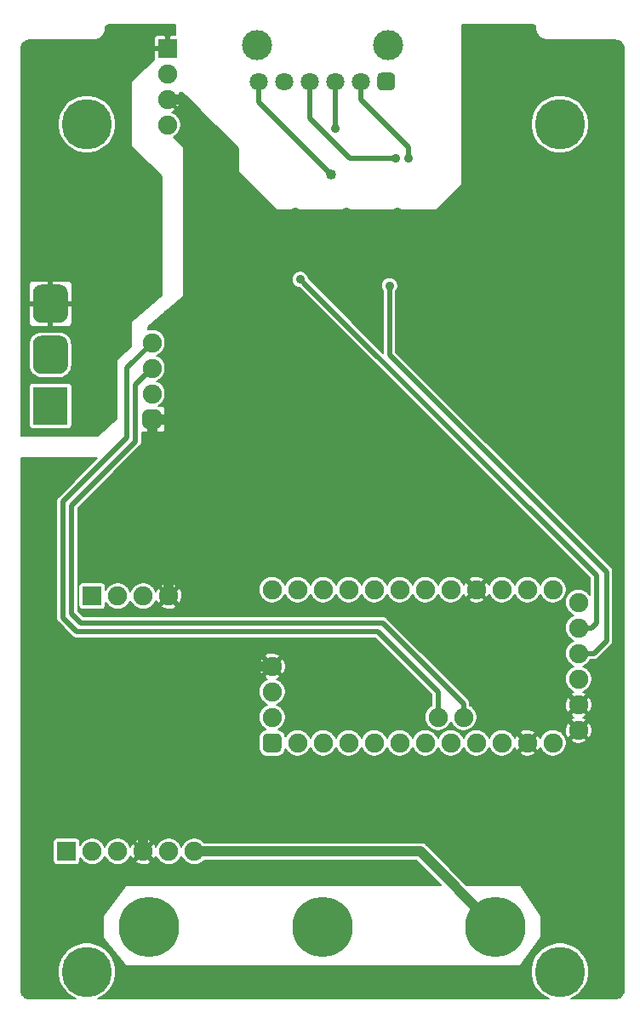
<source format=gbl>
%TF.GenerationSoftware,KiCad,Pcbnew,(5.1.6)-1*%
%TF.CreationDate,2020-11-10T13:56:35+01:00*%
%TF.ProjectId,uCurrent Meter,75437572-7265-46e7-9420-4d657465722e,rev?*%
%TF.SameCoordinates,Original*%
%TF.FileFunction,Copper,L2,Bot*%
%TF.FilePolarity,Positive*%
%FSLAX46Y46*%
G04 Gerber Fmt 4.6, Leading zero omitted, Abs format (unit mm)*
G04 Created by KiCad (PCBNEW (5.1.6)-1) date 2020-11-10 13:56:35*
%MOMM*%
%LPD*%
G01*
G04 APERTURE LIST*
%TA.AperFunction,ComponentPad*%
%ADD10C,1.900000*%
%TD*%
%TA.AperFunction,WasherPad*%
%ADD11C,3.000000*%
%TD*%
%TA.AperFunction,ComponentPad*%
%ADD12C,1.800000*%
%TD*%
%TA.AperFunction,ComponentPad*%
%ADD13R,1.900000X1.900000*%
%TD*%
%TA.AperFunction,ComponentPad*%
%ADD14C,5.000000*%
%TD*%
%TA.AperFunction,ComponentPad*%
%ADD15C,0.800000*%
%TD*%
%TA.AperFunction,ComponentPad*%
%ADD16C,6.000000*%
%TD*%
%TA.AperFunction,ComponentPad*%
%ADD17R,3.500000X3.810000*%
%TD*%
%TA.AperFunction,ViaPad*%
%ADD18C,0.889000*%
%TD*%
%TA.AperFunction,ViaPad*%
%ADD19C,1.016000*%
%TD*%
%TA.AperFunction,Conductor*%
%ADD20C,1.000252*%
%TD*%
%TA.AperFunction,Conductor*%
%ADD21C,0.508000*%
%TD*%
%TA.AperFunction,Conductor*%
%ADD22C,0.200000*%
%TD*%
G04 APERTURE END LIST*
D10*
%TO.P,J1,4*%
%TO.N,/SDA*%
X115298850Y-86677500D03*
%TO.P,J1,3*%
%TO.N,/SCL*%
X115298850Y-89217500D03*
%TO.P,J1,2*%
%TO.N,+5V*%
X115298850Y-91757500D03*
%TO.P,J1,1*%
%TO.N,GND*%
%TA.AperFunction,ComponentPad*%
G36*
G01*
X114348850Y-94772500D02*
X114348850Y-93822500D01*
G75*
G02*
X114823850Y-93347500I475000J0D01*
G01*
X115773850Y-93347500D01*
G75*
G02*
X116248850Y-93822500I0J-475000D01*
G01*
X116248850Y-94772500D01*
G75*
G02*
X115773850Y-95247500I-475000J0D01*
G01*
X114823850Y-95247500D01*
G75*
G02*
X114348850Y-94772500I0J475000D01*
G01*
G37*
%TD.AperFunction*%
%TD*%
D11*
%TO.P,M2,*%
%TO.N,*%
X125754350Y-57101000D03*
X138754350Y-57101000D03*
D12*
%TO.P,M2,6*%
%TO.N,Earth*%
X125903350Y-60706000D03*
%TO.P,M2,5*%
%TO.N,VCC*%
X128443350Y-60706000D03*
%TO.P,M2,4*%
%TO.N,Net-(M2-Pad4)*%
X130983350Y-60706000D03*
%TO.P,M2,3*%
%TO.N,Net-(M2-Pad3)*%
X133523350Y-60706000D03*
%TO.P,M2,2*%
%TO.N,Net-(M2-Pad2)*%
X136063350Y-60706000D03*
%TO.P,M2,1*%
%TO.N,N/C*%
%TA.AperFunction,ComponentPad*%
G36*
G01*
X138153350Y-59806000D02*
X139053350Y-59806000D01*
G75*
G02*
X139503350Y-60256000I0J-450000D01*
G01*
X139503350Y-61156000D01*
G75*
G02*
X139053350Y-61606000I-450000J0D01*
G01*
X138153350Y-61606000D01*
G75*
G02*
X137703350Y-61156000I0J450000D01*
G01*
X137703350Y-60256000D01*
G75*
G02*
X138153350Y-59806000I450000J0D01*
G01*
G37*
%TD.AperFunction*%
%TD*%
D13*
%TO.P,M4,10*%
%TO.N,+5V*%
X109347000Y-111887000D03*
D10*
%TO.P,M4,9*%
%TO.N,DOut*%
X111887000Y-111887000D03*
%TO.P,M4,8*%
%TO.N,CLK\u00A0*%
X114427000Y-111887000D03*
%TO.P,M4,7*%
%TO.N,GND*%
X116967000Y-111887000D03*
%TO.P,M4,6*%
%TO.N,Net-(J4-Pad1)*%
X119507000Y-137287000D03*
%TO.P,M4,5*%
%TO.N,Net-(J3-Pad1)*%
X116967000Y-137287000D03*
%TO.P,M4,4*%
%TO.N,GND*%
X114427000Y-137287000D03*
%TO.P,M4,3*%
%TO.N,Net-(J3-Pad1)*%
X111887000Y-137287000D03*
%TO.P,M4,2*%
%TO.N,Net-(J2-Pad1)*%
X109347000Y-137287000D03*
D13*
%TO.P,M4,1*%
%TO.N,Net-(M4-Pad1)*%
X106807000Y-137287000D03*
%TD*%
D14*
%TO.P,REF\u002A\u002A,*%
%TO.N,*%
X155880000Y-149250000D03*
D15*
%TO.P,REF\u002A\u002A,1*%
%TO.N,N/C*%
X157755000Y-149250000D03*
X157205825Y-150575825D03*
X155880000Y-151125000D03*
X154554175Y-150575825D03*
X154005000Y-149250000D03*
X154554175Y-147924175D03*
X155880000Y-147375000D03*
X157205825Y-147924175D03*
%TD*%
%TO.P,REF\u002A\u002A,1*%
%TO.N,N/C*%
X157205825Y-63624175D03*
X155880000Y-63075000D03*
X154554175Y-63624175D03*
X154005000Y-64950000D03*
X154554175Y-66275825D03*
X155880000Y-66825000D03*
X157205825Y-66275825D03*
X157755000Y-64950000D03*
D14*
%TO.P,REF\u002A\u002A,*%
%TO.N,*%
X155880000Y-64950000D03*
%TD*%
D15*
%TO.P,REF\u002A\u002A,1*%
%TO.N,N/C*%
X110155825Y-147924175D03*
X108830000Y-147375000D03*
X107504175Y-147924175D03*
X106955000Y-149250000D03*
X107504175Y-150575825D03*
X108830000Y-151125000D03*
X110155825Y-150575825D03*
X110705000Y-149250000D03*
D14*
%TO.P,REF\u002A\u002A,*%
%TO.N,*%
X108830000Y-149250000D03*
%TD*%
%TO.P,REF\u002A\u002A,*%
%TO.N,*%
X108830000Y-64950000D03*
D15*
%TO.P,REF\u002A\u002A,1*%
%TO.N,N/C*%
X110705000Y-64950000D03*
X110155825Y-66275825D03*
X108830000Y-66825000D03*
X107504175Y-66275825D03*
X106955000Y-64950000D03*
X107504175Y-63624175D03*
X108830000Y-63075000D03*
X110155825Y-63624175D03*
%TD*%
D16*
%TO.P,J2,1*%
%TO.N,Net-(J2-Pad1)*%
X115013350Y-144780000D03*
%TD*%
%TO.P,J3,1*%
%TO.N,Net-(J3-Pad1)*%
X132253350Y-144780000D03*
%TD*%
%TO.P,J4,1*%
%TO.N,Net-(J4-Pad1)*%
X149493350Y-144780000D03*
%TD*%
D17*
%TO.P,J5,1*%
%TO.N,Net-(J5-Pad1)*%
X105200000Y-92964000D03*
%TO.P,J5,2*%
%TO.N,Net-(J5-Pad2)*%
%TA.AperFunction,ComponentPad*%
G36*
G01*
X106075000Y-89789000D02*
X104325000Y-89789000D01*
G75*
G02*
X103450000Y-88914000I0J875000D01*
G01*
X103450000Y-86854000D01*
G75*
G02*
X104325000Y-85979000I875000J0D01*
G01*
X106075000Y-85979000D01*
G75*
G02*
X106950000Y-86854000I0J-875000D01*
G01*
X106950000Y-88914000D01*
G75*
G02*
X106075000Y-89789000I-875000J0D01*
G01*
G37*
%TD.AperFunction*%
%TO.P,J5,3*%
%TO.N,Earth*%
%TA.AperFunction,ComponentPad*%
G36*
G01*
X106075000Y-84709000D02*
X104325000Y-84709000D01*
G75*
G02*
X103450000Y-83834000I0J875000D01*
G01*
X103450000Y-81774000D01*
G75*
G02*
X104325000Y-80899000I875000J0D01*
G01*
X106075000Y-80899000D01*
G75*
G02*
X106950000Y-81774000I0J-875000D01*
G01*
X106950000Y-83834000D01*
G75*
G02*
X106075000Y-84709000I-875000J0D01*
G01*
G37*
%TD.AperFunction*%
%TD*%
D10*
%TO.P,M1,13*%
%TO.N,GND*%
X157734000Y-125222000D03*
%TO.P,M1,14*%
X157734000Y-122682000D03*
%TO.P,M1,15*%
%TO.N,N/C*%
X157734000Y-120142000D03*
%TO.P,M1,16*%
%TO.N,RXD*%
X157734000Y-117602000D03*
%TO.P,M1,17*%
%TO.N,TXD*%
X157734000Y-115062000D03*
%TO.P,M1,18*%
%TO.N,DTR*%
X157734000Y-112522000D03*
%TO.P,M1,34*%
%TO.N,/SDA*%
X143764000Y-123952000D03*
%TO.P,M1,35*%
%TO.N,/SCL*%
X146304000Y-123952000D03*
%TO.P,M1,31*%
%TO.N,GND*%
X127254000Y-118872000D03*
%TO.P,M1,32*%
%TO.N,N/C*%
X127254000Y-121412000D03*
%TO.P,M1,33*%
X127254000Y-123952000D03*
%TO.P,M1,12*%
X155194000Y-126492000D03*
%TO.P,M1,11*%
%TO.N,GND*%
X152654000Y-126492000D03*
%TO.P,M1,10*%
%TO.N,N/C*%
X150114000Y-126492000D03*
%TO.P,M1,9*%
%TO.N,+5V*%
X147574000Y-126492000D03*
%TO.P,M1,8*%
%TO.N,N/C*%
X145034000Y-126492000D03*
%TO.P,M1,7*%
X142494000Y-126492000D03*
%TO.P,M1,6*%
X139954000Y-126492000D03*
%TO.P,M1,5*%
X137414000Y-126492000D03*
%TO.P,M1,4*%
X134874000Y-126492000D03*
%TO.P,M1,3*%
X132334000Y-126492000D03*
%TO.P,M1,2*%
X129794000Y-126492000D03*
%TO.P,M1,1*%
%TA.AperFunction,ComponentPad*%
G36*
G01*
X128204000Y-126017000D02*
X128204000Y-126967000D01*
G75*
G02*
X127729000Y-127442000I-475000J0D01*
G01*
X126779000Y-127442000D01*
G75*
G02*
X126304000Y-126967000I0J475000D01*
G01*
X126304000Y-126017000D01*
G75*
G02*
X126779000Y-125542000I475000J0D01*
G01*
X127729000Y-125542000D01*
G75*
G02*
X128204000Y-126017000I0J-475000D01*
G01*
G37*
%TD.AperFunction*%
%TO.P,M1,30*%
%TO.N,DOut*%
X127254000Y-111252000D03*
%TO.P,M1,29*%
%TO.N,CLK\u00A0*%
X129794000Y-111252000D03*
%TO.P,M1,28*%
%TO.N,Net-(M1-Pad28)*%
X132334000Y-111252000D03*
%TO.P,M1,27*%
%TO.N,Net-(M1-Pad27)*%
X134874000Y-111252000D03*
%TO.P,M1,26*%
%TO.N,Net-(M1-Pad26)*%
X137414000Y-111252000D03*
%TO.P,M1,25*%
%TO.N,N/C*%
X139954000Y-111252000D03*
%TO.P,M1,24*%
X142494000Y-111252000D03*
%TO.P,M1,23*%
X145034000Y-111252000D03*
%TO.P,M1,22*%
%TO.N,GND*%
X147574000Y-111252000D03*
%TO.P,M1,21*%
%TO.N,N/C*%
X150114000Y-111252000D03*
%TO.P,M1,20*%
X152654000Y-111252000D03*
%TO.P,M1,19*%
X155194000Y-111252000D03*
%TD*%
D13*
%TO.P,M3,1*%
%TO.N,Earth*%
X116840000Y-57404000D03*
D10*
%TO.P,M3,2*%
%TO.N,VCC*%
X116840000Y-59944000D03*
%TO.P,M3,3*%
%TO.N,GND*%
X116840000Y-62484000D03*
%TO.P,M3,4*%
%TO.N,+5V*%
X116840000Y-65024000D03*
%TD*%
D18*
%TO.N,GND*%
X152400000Y-55880000D03*
X147320000Y-55880000D03*
X157480000Y-58420000D03*
X147320000Y-60960000D03*
X152400000Y-60960000D03*
X157480000Y-60960000D03*
X152400000Y-66040000D03*
X147320000Y-66040000D03*
X152400000Y-71120000D03*
X157480000Y-71120000D03*
X147320000Y-71120000D03*
X157480000Y-76200000D03*
X157480000Y-81280000D03*
X152400000Y-81280000D03*
X152400000Y-76200000D03*
X147320000Y-76200000D03*
X147320000Y-81280000D03*
X144780000Y-73660000D03*
X139700000Y-73660000D03*
X134620000Y-73660000D03*
X147320000Y-86360000D03*
X152400000Y-86360000D03*
X157480000Y-86360000D03*
X157480000Y-91440000D03*
X152400000Y-91440000D03*
X157480000Y-96520000D03*
X147320000Y-91440000D03*
X142240000Y-86360000D03*
X152400000Y-96520000D03*
X137160000Y-91440000D03*
X132080000Y-91440000D03*
X127000000Y-91440000D03*
X127000000Y-86360000D03*
X132080000Y-86360000D03*
X127000000Y-96520000D03*
X121920000Y-96520000D03*
X132080000Y-96520000D03*
X137160000Y-96520000D03*
X142240000Y-96520000D03*
X160020000Y-96520000D03*
X160020000Y-101600000D03*
X160020000Y-106680000D03*
X154940000Y-106680000D03*
X154940000Y-101600000D03*
X149860000Y-106680000D03*
X144780000Y-106680000D03*
X144780000Y-102870000D03*
X149860000Y-102870000D03*
X139700000Y-102870000D03*
X139700000Y-102870000D03*
X134620000Y-102870000D03*
X129540000Y-102870000D03*
X124460000Y-102870000D03*
X119380000Y-102870000D03*
X114300000Y-102870000D03*
X114300000Y-99060000D03*
X119380000Y-99060000D03*
X127000000Y-81280000D03*
X123190000Y-76200000D03*
X121920000Y-71120000D03*
X121920000Y-66040000D03*
X119380000Y-63500000D03*
X129540000Y-73660000D03*
X124460000Y-73660000D03*
X104140000Y-101600000D03*
X104140000Y-106680000D03*
X104140000Y-111760000D03*
X104140000Y-116840000D03*
X104140000Y-121920000D03*
X104140000Y-127000000D03*
X104140000Y-132080000D03*
X104140000Y-137160000D03*
X104140000Y-142240000D03*
X104140000Y-147320000D03*
X160020000Y-147320000D03*
X160020000Y-142240000D03*
X160020000Y-137160000D03*
X160020000Y-132080000D03*
X160020000Y-127000000D03*
X160020000Y-121920000D03*
X109220000Y-116840000D03*
X114300000Y-116840000D03*
X119380000Y-116840000D03*
X119380000Y-111760000D03*
X124460000Y-116840000D03*
X129540000Y-116840000D03*
X134620000Y-116840000D03*
X144780000Y-116840000D03*
X149860000Y-116840000D03*
X154940000Y-116840000D03*
X154940000Y-121920000D03*
X149860000Y-121920000D03*
X139700000Y-121920000D03*
X134620000Y-121920000D03*
X129540000Y-121920000D03*
X124460000Y-121920000D03*
X119380000Y-121920000D03*
X114300000Y-121920000D03*
X109220000Y-121920000D03*
X109220000Y-127000000D03*
X114300000Y-127000000D03*
X119380000Y-127000000D03*
X129540000Y-132080000D03*
X134620000Y-132080000D03*
X139700000Y-132080000D03*
X144780000Y-132080000D03*
X149860000Y-132080000D03*
X149860000Y-137160000D03*
X144780000Y-137160000D03*
X154940000Y-142240000D03*
X109220000Y-142240000D03*
X154940000Y-132080000D03*
X119380000Y-81280000D03*
X119380000Y-76200000D03*
X119380000Y-83820000D03*
X123190000Y-83820000D03*
X116840000Y-83820000D03*
X134620000Y-76200000D03*
X127000000Y-76200000D03*
X123190000Y-81280000D03*
X121920000Y-91440000D03*
X139700000Y-139700000D03*
X134620000Y-139700000D03*
X114300000Y-151130000D03*
X119380000Y-151130000D03*
X124460000Y-151130000D03*
X129540000Y-151130000D03*
X134620000Y-151130000D03*
X139700000Y-151130000D03*
X160020000Y-151130000D03*
X144780000Y-151130000D03*
X149860000Y-151130000D03*
X104140000Y-151130000D03*
X114300000Y-134620000D03*
X119380000Y-134620000D03*
X109220000Y-134620000D03*
X137160000Y-81280000D03*
%TO.N,Earth*%
X106680000Y-60960000D03*
X104140000Y-60960000D03*
X104140000Y-58420000D03*
D19*
X133096000Y-69977000D03*
D18*
X106680000Y-58420000D03*
X109220000Y-58420000D03*
X111760000Y-58420000D03*
X114300000Y-58420000D03*
X114300000Y-55880000D03*
X111760000Y-55880000D03*
X116840000Y-55880000D03*
X104140000Y-63500000D03*
X103632000Y-71374000D03*
X113030000Y-73660000D03*
X113030000Y-76200000D03*
X110490000Y-76200000D03*
X113030000Y-68580000D03*
X113030000Y-71120000D03*
X106680000Y-68580000D03*
X115570000Y-76200000D03*
X115570000Y-80010000D03*
X109220000Y-95250000D03*
X107950000Y-90170000D03*
X107950000Y-85090000D03*
X107950000Y-80010000D03*
%TO.N,RXD*%
X138938000Y-81026000D03*
%TO.N,TXD*%
X130048000Y-80391000D03*
%TO.N,Net-(M2-Pad2)*%
X140843000Y-68326000D03*
%TO.N,Net-(M2-Pad3)*%
X133527800Y-65379600D03*
%TO.N,Net-(M2-Pad4)*%
X139573000Y-68326000D03*
%TD*%
D20*
%TO.N,GND*%
X114427000Y-127635000D02*
X114427000Y-137287000D01*
X127254000Y-118872000D02*
X123190000Y-118872000D01*
X123190000Y-118872000D02*
X114427000Y-127635000D01*
X116967000Y-104267000D02*
X116967000Y-111887000D01*
X115298850Y-94297500D02*
X115298850Y-102598850D01*
X115298850Y-102598850D02*
X116967000Y-104267000D01*
X118491000Y-62484000D02*
X116840000Y-62484000D01*
X119761000Y-63754000D02*
X118491000Y-62484000D01*
X119761000Y-92329000D02*
X119761000Y-63754000D01*
X115298850Y-94297500D02*
X117792500Y-94297500D01*
X117792500Y-94297500D02*
X119761000Y-92329000D01*
D21*
%TO.N,Earth*%
X125903350Y-62784350D02*
X125903350Y-60706000D01*
X133096000Y-69977000D02*
X125903350Y-62784350D01*
%TO.N,/SCL*%
X114727350Y-89789000D02*
X115298850Y-89217500D01*
X113665000Y-96520000D02*
X113665000Y-90851350D01*
X146304000Y-122608498D02*
X138249502Y-114554000D01*
X107315000Y-102870000D02*
X113665000Y-96520000D01*
X138249502Y-114554000D02*
X108204000Y-114554000D01*
X113665000Y-90851350D02*
X114727350Y-89789000D01*
X108204000Y-114554000D02*
X107315000Y-113665000D01*
X146304000Y-123952000D02*
X146304000Y-122608498D01*
X107315000Y-113665000D02*
X107315000Y-102870000D01*
%TO.N,/SDA*%
X143764000Y-121412000D02*
X143764000Y-123952000D01*
X107823000Y-115443000D02*
X137795000Y-115443000D01*
X112776000Y-96139000D02*
X106426000Y-102489000D01*
X112776000Y-89200350D02*
X112776000Y-96139000D01*
X115298850Y-86677500D02*
X112776000Y-89200350D01*
X137795000Y-115443000D02*
X143764000Y-121412000D01*
X106426000Y-102489000D02*
X106426000Y-114046000D01*
X106426000Y-114046000D02*
X107823000Y-115443000D01*
D20*
%TO.N,Net-(J4-Pad1)*%
X142000350Y-137287000D02*
X149493350Y-144780000D01*
X119507000Y-137287000D02*
X142000350Y-137287000D01*
D21*
%TO.N,RXD*%
X160528000Y-109474000D02*
X138938000Y-87884000D01*
X160528000Y-116332000D02*
X160528000Y-109474000D01*
X157734000Y-117602000D02*
X159258000Y-117602000D01*
X159258000Y-117602000D02*
X160528000Y-116332000D01*
X138938000Y-87884000D02*
X138938000Y-81026000D01*
%TO.N,TXD*%
X130492499Y-80835499D02*
X130048000Y-80391000D01*
X159512000Y-109855000D02*
X130492499Y-80835499D01*
X159512000Y-114554000D02*
X159512000Y-109855000D01*
X157734000Y-115062000D02*
X159004000Y-115062000D01*
X159004000Y-115062000D02*
X159512000Y-114554000D01*
%TO.N,Net-(M2-Pad2)*%
X136063350Y-62466850D02*
X136063350Y-60706000D01*
X140843000Y-68326000D02*
X140843000Y-67246500D01*
X140843000Y-67246500D02*
X136063350Y-62466850D01*
%TO.N,Net-(M2-Pad3)*%
X133523350Y-60706000D02*
X133523350Y-65375150D01*
X133523350Y-65375150D02*
X133527800Y-65379600D01*
%TO.N,Net-(M2-Pad4)*%
X130983350Y-61978792D02*
X130983350Y-60706000D01*
X130983350Y-64359150D02*
X130983350Y-61978792D01*
X139573000Y-68326000D02*
X134950200Y-68326000D01*
X134950200Y-68326000D02*
X130983350Y-64359150D01*
%TD*%
D22*
%TO.N,Earth*%
G36*
X117638774Y-56052485D02*
G01*
X117094000Y-56054000D01*
X116994000Y-56154000D01*
X116994000Y-57089584D01*
X116511807Y-57558000D01*
X115590000Y-57558000D01*
X115490000Y-57658000D01*
X115488065Y-58354000D01*
X115495788Y-58432414D01*
X115518660Y-58507814D01*
X115523922Y-58517659D01*
X113214321Y-60761272D01*
X113201667Y-60776244D01*
X113192176Y-60793397D01*
X113186214Y-60812072D01*
X113184000Y-60833000D01*
X113184000Y-67056000D01*
X113185921Y-67075509D01*
X113191612Y-67094268D01*
X113200853Y-67111557D01*
X113213289Y-67126711D01*
X116232000Y-70145422D01*
X116232000Y-81996623D01*
X113218150Y-84633742D01*
X113204733Y-84648035D01*
X113194362Y-84664671D01*
X113187436Y-84683010D01*
X113184000Y-84709000D01*
X113184000Y-87080578D01*
X111816289Y-88448289D01*
X111803853Y-88463443D01*
X111794612Y-88480732D01*
X111788921Y-88499491D01*
X111787000Y-88519000D01*
X111787000Y-94265443D01*
X109943839Y-95912000D01*
X102282525Y-95912000D01*
X102282459Y-91059000D01*
X103048065Y-91059000D01*
X103048065Y-94869000D01*
X103055788Y-94947414D01*
X103078660Y-95022814D01*
X103115803Y-95092303D01*
X103165789Y-95153211D01*
X103226697Y-95203197D01*
X103296186Y-95240340D01*
X103371586Y-95263212D01*
X103450000Y-95270935D01*
X106950000Y-95270935D01*
X107028414Y-95263212D01*
X107103814Y-95240340D01*
X107173303Y-95203197D01*
X107234211Y-95153211D01*
X107284197Y-95092303D01*
X107321340Y-95022814D01*
X107344212Y-94947414D01*
X107351935Y-94869000D01*
X107351935Y-91059000D01*
X107344212Y-90980586D01*
X107321340Y-90905186D01*
X107284197Y-90835697D01*
X107234211Y-90774789D01*
X107173303Y-90724803D01*
X107103814Y-90687660D01*
X107028414Y-90664788D01*
X106950000Y-90657065D01*
X103450000Y-90657065D01*
X103371586Y-90664788D01*
X103296186Y-90687660D01*
X103226697Y-90724803D01*
X103165789Y-90774789D01*
X103115803Y-90835697D01*
X103078660Y-90905186D01*
X103055788Y-90980586D01*
X103048065Y-91059000D01*
X102282459Y-91059000D01*
X102282402Y-86854000D01*
X103048065Y-86854000D01*
X103048065Y-88914000D01*
X103072601Y-89163118D01*
X103145266Y-89402662D01*
X103263267Y-89623427D01*
X103422071Y-89816929D01*
X103615573Y-89975733D01*
X103836338Y-90093734D01*
X104075882Y-90166399D01*
X104325000Y-90190935D01*
X106075000Y-90190935D01*
X106324118Y-90166399D01*
X106563662Y-90093734D01*
X106784427Y-89975733D01*
X106977929Y-89816929D01*
X107136733Y-89623427D01*
X107254734Y-89402662D01*
X107327399Y-89163118D01*
X107351935Y-88914000D01*
X107351935Y-86854000D01*
X107327399Y-86604882D01*
X107254734Y-86365338D01*
X107136733Y-86144573D01*
X106977929Y-85951071D01*
X106784427Y-85792267D01*
X106563662Y-85674266D01*
X106324118Y-85601601D01*
X106075000Y-85577065D01*
X104325000Y-85577065D01*
X104075882Y-85601601D01*
X103836338Y-85674266D01*
X103615573Y-85792267D01*
X103422071Y-85951071D01*
X103263267Y-86144573D01*
X103145266Y-86365338D01*
X103072601Y-86604882D01*
X103048065Y-86854000D01*
X102282402Y-86854000D01*
X102282373Y-84709000D01*
X103048065Y-84709000D01*
X103055788Y-84787414D01*
X103078660Y-84862814D01*
X103115803Y-84932303D01*
X103165789Y-84993211D01*
X103226697Y-85043197D01*
X103296186Y-85080340D01*
X103371586Y-85103212D01*
X103450000Y-85110935D01*
X104946000Y-85109000D01*
X105046000Y-85009000D01*
X105046000Y-82958000D01*
X105354000Y-82958000D01*
X105354000Y-85009000D01*
X105454000Y-85109000D01*
X106950000Y-85110935D01*
X107028414Y-85103212D01*
X107103814Y-85080340D01*
X107173303Y-85043197D01*
X107234211Y-84993211D01*
X107284197Y-84932303D01*
X107321340Y-84862814D01*
X107344212Y-84787414D01*
X107351935Y-84709000D01*
X107350000Y-83058000D01*
X107250000Y-82958000D01*
X105354000Y-82958000D01*
X105046000Y-82958000D01*
X103150000Y-82958000D01*
X103050000Y-83058000D01*
X103048065Y-84709000D01*
X102282373Y-84709000D01*
X102282321Y-80899000D01*
X103048065Y-80899000D01*
X103050000Y-82550000D01*
X103150000Y-82650000D01*
X105046000Y-82650000D01*
X105046000Y-80599000D01*
X105354000Y-80599000D01*
X105354000Y-82650000D01*
X107250000Y-82650000D01*
X107350000Y-82550000D01*
X107351935Y-80899000D01*
X107344212Y-80820586D01*
X107321340Y-80745186D01*
X107284197Y-80675697D01*
X107234211Y-80614789D01*
X107173303Y-80564803D01*
X107103814Y-80527660D01*
X107028414Y-80504788D01*
X106950000Y-80497065D01*
X105454000Y-80499000D01*
X105354000Y-80599000D01*
X105046000Y-80599000D01*
X104946000Y-80499000D01*
X103450000Y-80497065D01*
X103371586Y-80504788D01*
X103296186Y-80527660D01*
X103226697Y-80564803D01*
X103165789Y-80614789D01*
X103115803Y-80675697D01*
X103078660Y-80745186D01*
X103055788Y-80820586D01*
X103048065Y-80899000D01*
X102282321Y-80899000D01*
X102282099Y-64664375D01*
X105930000Y-64664375D01*
X105930000Y-65235625D01*
X106041445Y-65795899D01*
X106260053Y-66323665D01*
X106577423Y-66798642D01*
X106981358Y-67202577D01*
X107456335Y-67519947D01*
X107984101Y-67738555D01*
X108544375Y-67850000D01*
X109115625Y-67850000D01*
X109675899Y-67738555D01*
X110203665Y-67519947D01*
X110678642Y-67202577D01*
X111082577Y-66798642D01*
X111399947Y-66323665D01*
X111618555Y-65795899D01*
X111730000Y-65235625D01*
X111730000Y-64664375D01*
X111618555Y-64104101D01*
X111399947Y-63576335D01*
X111082577Y-63101358D01*
X110678642Y-62697423D01*
X110203665Y-62380053D01*
X109675899Y-62161445D01*
X109115625Y-62050000D01*
X108544375Y-62050000D01*
X107984101Y-62161445D01*
X107456335Y-62380053D01*
X106981358Y-62697423D01*
X106577423Y-63101358D01*
X106260053Y-63576335D01*
X106041445Y-64104101D01*
X105930000Y-64664375D01*
X102282099Y-64664375D01*
X102282000Y-57427235D01*
X102299375Y-57250029D01*
X102344093Y-57101915D01*
X102416725Y-56965314D01*
X102514507Y-56845420D01*
X102633714Y-56746803D01*
X102769809Y-56673218D01*
X102917602Y-56627468D01*
X103093332Y-56608998D01*
X109497331Y-56609000D01*
X109517704Y-56606993D01*
X109522370Y-56607026D01*
X109528971Y-56606379D01*
X109676872Y-56590834D01*
X109719072Y-56582172D01*
X109761331Y-56574111D01*
X109767676Y-56572195D01*
X109767682Y-56572194D01*
X109767688Y-56572192D01*
X109909746Y-56528218D01*
X109949429Y-56511537D01*
X109989353Y-56495407D01*
X109995203Y-56492296D01*
X109995207Y-56492294D01*
X109995210Y-56492292D01*
X110066029Y-56454000D01*
X115488065Y-56454000D01*
X115490000Y-57150000D01*
X115590000Y-57250000D01*
X116686000Y-57250000D01*
X116686000Y-56154000D01*
X116586000Y-56054000D01*
X115890000Y-56052065D01*
X115811586Y-56059788D01*
X115736186Y-56082660D01*
X115666697Y-56119803D01*
X115605789Y-56169789D01*
X115555803Y-56230697D01*
X115518660Y-56300186D01*
X115495788Y-56375586D01*
X115488065Y-56454000D01*
X110066029Y-56454000D01*
X110126026Y-56421560D01*
X110161694Y-56397502D01*
X110197743Y-56373912D01*
X110202882Y-56369720D01*
X110317471Y-56274924D01*
X110347820Y-56244362D01*
X110378565Y-56214255D01*
X110382792Y-56209145D01*
X110476785Y-56093898D01*
X110500605Y-56058046D01*
X110524932Y-56022518D01*
X110528086Y-56016684D01*
X110597904Y-55885375D01*
X110614305Y-55845584D01*
X110631270Y-55806003D01*
X110633231Y-55799667D01*
X110676214Y-55657298D01*
X110684571Y-55615092D01*
X110693528Y-55572954D01*
X110694221Y-55566358D01*
X110708733Y-55418351D01*
X110718700Y-55316698D01*
X110734760Y-55263503D01*
X110760848Y-55214439D01*
X110795971Y-55171373D01*
X110838788Y-55135952D01*
X110887663Y-55109526D01*
X110940748Y-55093094D01*
X111017755Y-55085000D01*
X117640225Y-55085000D01*
X117638774Y-56052485D01*
G37*
X117638774Y-56052485D02*
X117094000Y-56054000D01*
X116994000Y-56154000D01*
X116994000Y-57089584D01*
X116511807Y-57558000D01*
X115590000Y-57558000D01*
X115490000Y-57658000D01*
X115488065Y-58354000D01*
X115495788Y-58432414D01*
X115518660Y-58507814D01*
X115523922Y-58517659D01*
X113214321Y-60761272D01*
X113201667Y-60776244D01*
X113192176Y-60793397D01*
X113186214Y-60812072D01*
X113184000Y-60833000D01*
X113184000Y-67056000D01*
X113185921Y-67075509D01*
X113191612Y-67094268D01*
X113200853Y-67111557D01*
X113213289Y-67126711D01*
X116232000Y-70145422D01*
X116232000Y-81996623D01*
X113218150Y-84633742D01*
X113204733Y-84648035D01*
X113194362Y-84664671D01*
X113187436Y-84683010D01*
X113184000Y-84709000D01*
X113184000Y-87080578D01*
X111816289Y-88448289D01*
X111803853Y-88463443D01*
X111794612Y-88480732D01*
X111788921Y-88499491D01*
X111787000Y-88519000D01*
X111787000Y-94265443D01*
X109943839Y-95912000D01*
X102282525Y-95912000D01*
X102282459Y-91059000D01*
X103048065Y-91059000D01*
X103048065Y-94869000D01*
X103055788Y-94947414D01*
X103078660Y-95022814D01*
X103115803Y-95092303D01*
X103165789Y-95153211D01*
X103226697Y-95203197D01*
X103296186Y-95240340D01*
X103371586Y-95263212D01*
X103450000Y-95270935D01*
X106950000Y-95270935D01*
X107028414Y-95263212D01*
X107103814Y-95240340D01*
X107173303Y-95203197D01*
X107234211Y-95153211D01*
X107284197Y-95092303D01*
X107321340Y-95022814D01*
X107344212Y-94947414D01*
X107351935Y-94869000D01*
X107351935Y-91059000D01*
X107344212Y-90980586D01*
X107321340Y-90905186D01*
X107284197Y-90835697D01*
X107234211Y-90774789D01*
X107173303Y-90724803D01*
X107103814Y-90687660D01*
X107028414Y-90664788D01*
X106950000Y-90657065D01*
X103450000Y-90657065D01*
X103371586Y-90664788D01*
X103296186Y-90687660D01*
X103226697Y-90724803D01*
X103165789Y-90774789D01*
X103115803Y-90835697D01*
X103078660Y-90905186D01*
X103055788Y-90980586D01*
X103048065Y-91059000D01*
X102282459Y-91059000D01*
X102282402Y-86854000D01*
X103048065Y-86854000D01*
X103048065Y-88914000D01*
X103072601Y-89163118D01*
X103145266Y-89402662D01*
X103263267Y-89623427D01*
X103422071Y-89816929D01*
X103615573Y-89975733D01*
X103836338Y-90093734D01*
X104075882Y-90166399D01*
X104325000Y-90190935D01*
X106075000Y-90190935D01*
X106324118Y-90166399D01*
X106563662Y-90093734D01*
X106784427Y-89975733D01*
X106977929Y-89816929D01*
X107136733Y-89623427D01*
X107254734Y-89402662D01*
X107327399Y-89163118D01*
X107351935Y-88914000D01*
X107351935Y-86854000D01*
X107327399Y-86604882D01*
X107254734Y-86365338D01*
X107136733Y-86144573D01*
X106977929Y-85951071D01*
X106784427Y-85792267D01*
X106563662Y-85674266D01*
X106324118Y-85601601D01*
X106075000Y-85577065D01*
X104325000Y-85577065D01*
X104075882Y-85601601D01*
X103836338Y-85674266D01*
X103615573Y-85792267D01*
X103422071Y-85951071D01*
X103263267Y-86144573D01*
X103145266Y-86365338D01*
X103072601Y-86604882D01*
X103048065Y-86854000D01*
X102282402Y-86854000D01*
X102282373Y-84709000D01*
X103048065Y-84709000D01*
X103055788Y-84787414D01*
X103078660Y-84862814D01*
X103115803Y-84932303D01*
X103165789Y-84993211D01*
X103226697Y-85043197D01*
X103296186Y-85080340D01*
X103371586Y-85103212D01*
X103450000Y-85110935D01*
X104946000Y-85109000D01*
X105046000Y-85009000D01*
X105046000Y-82958000D01*
X105354000Y-82958000D01*
X105354000Y-85009000D01*
X105454000Y-85109000D01*
X106950000Y-85110935D01*
X107028414Y-85103212D01*
X107103814Y-85080340D01*
X107173303Y-85043197D01*
X107234211Y-84993211D01*
X107284197Y-84932303D01*
X107321340Y-84862814D01*
X107344212Y-84787414D01*
X107351935Y-84709000D01*
X107350000Y-83058000D01*
X107250000Y-82958000D01*
X105354000Y-82958000D01*
X105046000Y-82958000D01*
X103150000Y-82958000D01*
X103050000Y-83058000D01*
X103048065Y-84709000D01*
X102282373Y-84709000D01*
X102282321Y-80899000D01*
X103048065Y-80899000D01*
X103050000Y-82550000D01*
X103150000Y-82650000D01*
X105046000Y-82650000D01*
X105046000Y-80599000D01*
X105354000Y-80599000D01*
X105354000Y-82650000D01*
X107250000Y-82650000D01*
X107350000Y-82550000D01*
X107351935Y-80899000D01*
X107344212Y-80820586D01*
X107321340Y-80745186D01*
X107284197Y-80675697D01*
X107234211Y-80614789D01*
X107173303Y-80564803D01*
X107103814Y-80527660D01*
X107028414Y-80504788D01*
X106950000Y-80497065D01*
X105454000Y-80499000D01*
X105354000Y-80599000D01*
X105046000Y-80599000D01*
X104946000Y-80499000D01*
X103450000Y-80497065D01*
X103371586Y-80504788D01*
X103296186Y-80527660D01*
X103226697Y-80564803D01*
X103165789Y-80614789D01*
X103115803Y-80675697D01*
X103078660Y-80745186D01*
X103055788Y-80820586D01*
X103048065Y-80899000D01*
X102282321Y-80899000D01*
X102282099Y-64664375D01*
X105930000Y-64664375D01*
X105930000Y-65235625D01*
X106041445Y-65795899D01*
X106260053Y-66323665D01*
X106577423Y-66798642D01*
X106981358Y-67202577D01*
X107456335Y-67519947D01*
X107984101Y-67738555D01*
X108544375Y-67850000D01*
X109115625Y-67850000D01*
X109675899Y-67738555D01*
X110203665Y-67519947D01*
X110678642Y-67202577D01*
X111082577Y-66798642D01*
X111399947Y-66323665D01*
X111618555Y-65795899D01*
X111730000Y-65235625D01*
X111730000Y-64664375D01*
X111618555Y-64104101D01*
X111399947Y-63576335D01*
X111082577Y-63101358D01*
X110678642Y-62697423D01*
X110203665Y-62380053D01*
X109675899Y-62161445D01*
X109115625Y-62050000D01*
X108544375Y-62050000D01*
X107984101Y-62161445D01*
X107456335Y-62380053D01*
X106981358Y-62697423D01*
X106577423Y-63101358D01*
X106260053Y-63576335D01*
X106041445Y-64104101D01*
X105930000Y-64664375D01*
X102282099Y-64664375D01*
X102282000Y-57427235D01*
X102299375Y-57250029D01*
X102344093Y-57101915D01*
X102416725Y-56965314D01*
X102514507Y-56845420D01*
X102633714Y-56746803D01*
X102769809Y-56673218D01*
X102917602Y-56627468D01*
X103093332Y-56608998D01*
X109497331Y-56609000D01*
X109517704Y-56606993D01*
X109522370Y-56607026D01*
X109528971Y-56606379D01*
X109676872Y-56590834D01*
X109719072Y-56582172D01*
X109761331Y-56574111D01*
X109767676Y-56572195D01*
X109767682Y-56572194D01*
X109767688Y-56572192D01*
X109909746Y-56528218D01*
X109949429Y-56511537D01*
X109989353Y-56495407D01*
X109995203Y-56492296D01*
X109995207Y-56492294D01*
X109995210Y-56492292D01*
X110066029Y-56454000D01*
X115488065Y-56454000D01*
X115490000Y-57150000D01*
X115590000Y-57250000D01*
X116686000Y-57250000D01*
X116686000Y-56154000D01*
X116586000Y-56054000D01*
X115890000Y-56052065D01*
X115811586Y-56059788D01*
X115736186Y-56082660D01*
X115666697Y-56119803D01*
X115605789Y-56169789D01*
X115555803Y-56230697D01*
X115518660Y-56300186D01*
X115495788Y-56375586D01*
X115488065Y-56454000D01*
X110066029Y-56454000D01*
X110126026Y-56421560D01*
X110161694Y-56397502D01*
X110197743Y-56373912D01*
X110202882Y-56369720D01*
X110317471Y-56274924D01*
X110347820Y-56244362D01*
X110378565Y-56214255D01*
X110382792Y-56209145D01*
X110476785Y-56093898D01*
X110500605Y-56058046D01*
X110524932Y-56022518D01*
X110528086Y-56016684D01*
X110597904Y-55885375D01*
X110614305Y-55845584D01*
X110631270Y-55806003D01*
X110633231Y-55799667D01*
X110676214Y-55657298D01*
X110684571Y-55615092D01*
X110693528Y-55572954D01*
X110694221Y-55566358D01*
X110708733Y-55418351D01*
X110718700Y-55316698D01*
X110734760Y-55263503D01*
X110760848Y-55214439D01*
X110795971Y-55171373D01*
X110838788Y-55135952D01*
X110887663Y-55109526D01*
X110940748Y-55093094D01*
X111017755Y-55085000D01*
X117640225Y-55085000D01*
X117638774Y-56052485D01*
%TO.N,GND*%
G36*
X153217302Y-55092700D02*
G01*
X153270497Y-55108760D01*
X153319561Y-55134848D01*
X153362627Y-55169971D01*
X153398048Y-55212788D01*
X153424474Y-55261663D01*
X153440906Y-55314748D01*
X153451038Y-55411149D01*
X153450974Y-55420370D01*
X153451621Y-55426971D01*
X153467166Y-55574872D01*
X153475828Y-55617072D01*
X153483889Y-55659331D01*
X153485805Y-55665676D01*
X153485806Y-55665682D01*
X153485808Y-55665688D01*
X153529782Y-55807746D01*
X153546463Y-55847429D01*
X153562593Y-55887353D01*
X153565707Y-55893208D01*
X153636440Y-56024026D01*
X153660498Y-56059694D01*
X153684088Y-56095743D01*
X153688280Y-56100882D01*
X153783076Y-56215471D01*
X153813638Y-56245820D01*
X153843745Y-56276565D01*
X153848855Y-56280792D01*
X153964102Y-56374785D01*
X153999954Y-56398605D01*
X154035482Y-56422932D01*
X154041316Y-56426086D01*
X154172625Y-56495904D01*
X154212416Y-56512305D01*
X154251997Y-56529270D01*
X154258333Y-56531231D01*
X154400702Y-56574214D01*
X154442908Y-56582571D01*
X154485046Y-56591528D01*
X154491638Y-56592221D01*
X154491642Y-56592221D01*
X154639649Y-56606733D01*
X154639650Y-56606733D01*
X154662668Y-56609000D01*
X161406469Y-56609000D01*
X161583676Y-56626375D01*
X161731779Y-56671091D01*
X161868385Y-56743725D01*
X161988279Y-56841507D01*
X162086897Y-56960716D01*
X162160481Y-57096806D01*
X162206231Y-57244601D01*
X162224700Y-57420322D01*
X162224702Y-151106758D01*
X162207326Y-151283971D01*
X162162608Y-151432084D01*
X162089976Y-151568687D01*
X161992191Y-151688582D01*
X161872987Y-151787197D01*
X161736892Y-151860782D01*
X161589099Y-151906532D01*
X161413368Y-151925002D01*
X157000040Y-151925002D01*
X157253665Y-151819947D01*
X157728642Y-151502577D01*
X158132577Y-151098642D01*
X158449947Y-150623665D01*
X158668555Y-150095899D01*
X158780000Y-149535625D01*
X158780000Y-148964375D01*
X158668555Y-148404101D01*
X158449947Y-147876335D01*
X158132577Y-147401358D01*
X157728642Y-146997423D01*
X157253665Y-146680053D01*
X156725899Y-146461445D01*
X156165625Y-146350000D01*
X155594375Y-146350000D01*
X155034101Y-146461445D01*
X154506335Y-146680053D01*
X154031358Y-146997423D01*
X153627423Y-147401358D01*
X153310053Y-147876335D01*
X153091445Y-148404101D01*
X152980000Y-148964375D01*
X152980000Y-149535625D01*
X153091445Y-150095899D01*
X153310053Y-150623665D01*
X153627423Y-151098642D01*
X154031358Y-151502577D01*
X154506335Y-151819947D01*
X154759959Y-151925002D01*
X109950044Y-151925000D01*
X110203665Y-151819947D01*
X110678642Y-151502577D01*
X111082577Y-151098642D01*
X111399947Y-150623665D01*
X111618555Y-150095899D01*
X111730000Y-149535625D01*
X111730000Y-148964375D01*
X111618555Y-148404101D01*
X111399947Y-147876335D01*
X111082577Y-147401358D01*
X110678642Y-146997423D01*
X110203665Y-146680053D01*
X109675899Y-146461445D01*
X109115625Y-146350000D01*
X108544375Y-146350000D01*
X107984101Y-146461445D01*
X107456335Y-146680053D01*
X106981358Y-146997423D01*
X106577423Y-147401358D01*
X106260053Y-147876335D01*
X106041445Y-148404101D01*
X105930000Y-148964375D01*
X105930000Y-149535625D01*
X106041445Y-150095899D01*
X106260053Y-150623665D01*
X106577423Y-151098642D01*
X106981358Y-151502577D01*
X107456335Y-151819947D01*
X107709956Y-151925000D01*
X103101511Y-151925000D01*
X102924309Y-151907625D01*
X102776196Y-151862907D01*
X102639593Y-151790275D01*
X102519698Y-151692490D01*
X102421083Y-151573286D01*
X102347498Y-151437191D01*
X102301748Y-151289398D01*
X102283278Y-151113672D01*
X102283179Y-143764000D01*
X110390000Y-143764000D01*
X110390000Y-145796000D01*
X110394263Y-145824885D01*
X110401738Y-145843008D01*
X110412604Y-145859324D01*
X112698604Y-148653324D01*
X112705289Y-148660711D01*
X112720443Y-148673147D01*
X112737732Y-148682388D01*
X112756491Y-148688079D01*
X112776000Y-148690000D01*
X151892000Y-148690000D01*
X151907596Y-148688776D01*
X151926567Y-148683836D01*
X151944209Y-148675289D01*
X151959845Y-148663465D01*
X151972874Y-148648817D01*
X154004874Y-145854817D01*
X154016388Y-145834268D01*
X154022079Y-145815509D01*
X154024000Y-145796000D01*
X154024000Y-143764000D01*
X154022099Y-143744594D01*
X154016428Y-143725828D01*
X154007205Y-143708530D01*
X151975205Y-140660530D01*
X151962711Y-140645289D01*
X151947557Y-140632853D01*
X151930268Y-140623612D01*
X151911509Y-140617921D01*
X151892000Y-140616000D01*
X146602320Y-140616000D01*
X142668106Y-136681786D01*
X142639915Y-136647435D01*
X142502853Y-136534952D01*
X142346480Y-136451369D01*
X142176805Y-136399898D01*
X142044568Y-136386874D01*
X142044565Y-136386874D01*
X142000350Y-136382519D01*
X141956135Y-136386874D01*
X120516062Y-136386874D01*
X120367575Y-136238387D01*
X120146465Y-136090646D01*
X119900780Y-135988880D01*
X119639963Y-135937000D01*
X119374037Y-135937000D01*
X119113220Y-135988880D01*
X118867535Y-136090646D01*
X118646425Y-136238387D01*
X118458387Y-136426425D01*
X118310646Y-136647535D01*
X118237000Y-136825332D01*
X118163354Y-136647535D01*
X118015613Y-136426425D01*
X117827575Y-136238387D01*
X117606465Y-136090646D01*
X117360780Y-135988880D01*
X117099963Y-135937000D01*
X116834037Y-135937000D01*
X116573220Y-135988880D01*
X116327535Y-136090646D01*
X116106425Y-136238387D01*
X115918387Y-136426425D01*
X115770646Y-136647535D01*
X115696429Y-136826711D01*
X115638157Y-136676036D01*
X115607881Y-136619394D01*
X115417698Y-136514091D01*
X114644789Y-137287000D01*
X115417698Y-138059909D01*
X115607881Y-137954606D01*
X115697945Y-137750949D01*
X115770646Y-137926465D01*
X115918387Y-138147575D01*
X116106425Y-138335613D01*
X116327535Y-138483354D01*
X116573220Y-138585120D01*
X116834037Y-138637000D01*
X117099963Y-138637000D01*
X117360780Y-138585120D01*
X117606465Y-138483354D01*
X117827575Y-138335613D01*
X118015613Y-138147575D01*
X118163354Y-137926465D01*
X118237000Y-137748668D01*
X118310646Y-137926465D01*
X118458387Y-138147575D01*
X118646425Y-138335613D01*
X118867535Y-138483354D01*
X119113220Y-138585120D01*
X119374037Y-138637000D01*
X119639963Y-138637000D01*
X119900780Y-138585120D01*
X120146465Y-138483354D01*
X120367575Y-138335613D01*
X120516062Y-138187126D01*
X141627506Y-138187126D01*
X144056380Y-140616000D01*
X112776000Y-140616000D01*
X112761858Y-140617005D01*
X112742817Y-140621666D01*
X112725051Y-140629953D01*
X112709243Y-140641546D01*
X112696000Y-140656000D01*
X110410000Y-143704000D01*
X110397612Y-143725732D01*
X110391921Y-143744491D01*
X110390000Y-143764000D01*
X102283179Y-143764000D01*
X102283077Y-136337000D01*
X105455065Y-136337000D01*
X105455065Y-138237000D01*
X105462788Y-138315414D01*
X105485660Y-138390814D01*
X105522803Y-138460303D01*
X105572789Y-138521211D01*
X105633697Y-138571197D01*
X105703186Y-138608340D01*
X105778586Y-138631212D01*
X105857000Y-138638935D01*
X107757000Y-138638935D01*
X107835414Y-138631212D01*
X107910814Y-138608340D01*
X107980303Y-138571197D01*
X108041211Y-138521211D01*
X108091197Y-138460303D01*
X108128340Y-138390814D01*
X108151212Y-138315414D01*
X108158935Y-138237000D01*
X108158935Y-137938870D01*
X108298387Y-138147575D01*
X108486425Y-138335613D01*
X108707535Y-138483354D01*
X108953220Y-138585120D01*
X109214037Y-138637000D01*
X109479963Y-138637000D01*
X109740780Y-138585120D01*
X109986465Y-138483354D01*
X110207575Y-138335613D01*
X110395613Y-138147575D01*
X110543354Y-137926465D01*
X110617000Y-137748668D01*
X110690646Y-137926465D01*
X110838387Y-138147575D01*
X111026425Y-138335613D01*
X111247535Y-138483354D01*
X111493220Y-138585120D01*
X111754037Y-138637000D01*
X112019963Y-138637000D01*
X112280780Y-138585120D01*
X112526465Y-138483354D01*
X112747575Y-138335613D01*
X112805490Y-138277698D01*
X113654091Y-138277698D01*
X113759394Y-138467881D01*
X114002599Y-138575434D01*
X114262115Y-138633474D01*
X114527968Y-138639769D01*
X114789940Y-138594078D01*
X115037964Y-138498157D01*
X115094606Y-138467881D01*
X115199909Y-138277698D01*
X114427000Y-137504789D01*
X113654091Y-138277698D01*
X112805490Y-138277698D01*
X112935613Y-138147575D01*
X113083354Y-137926465D01*
X113157571Y-137747289D01*
X113215843Y-137897964D01*
X113246119Y-137954606D01*
X113436302Y-138059909D01*
X114209211Y-137287000D01*
X113436302Y-136514091D01*
X113246119Y-136619394D01*
X113156055Y-136823051D01*
X113083354Y-136647535D01*
X112935613Y-136426425D01*
X112805490Y-136296302D01*
X113654091Y-136296302D01*
X114427000Y-137069211D01*
X115199909Y-136296302D01*
X115094606Y-136106119D01*
X114851401Y-135998566D01*
X114591885Y-135940526D01*
X114326032Y-135934231D01*
X114064060Y-135979922D01*
X113816036Y-136075843D01*
X113759394Y-136106119D01*
X113654091Y-136296302D01*
X112805490Y-136296302D01*
X112747575Y-136238387D01*
X112526465Y-136090646D01*
X112280780Y-135988880D01*
X112019963Y-135937000D01*
X111754037Y-135937000D01*
X111493220Y-135988880D01*
X111247535Y-136090646D01*
X111026425Y-136238387D01*
X110838387Y-136426425D01*
X110690646Y-136647535D01*
X110617000Y-136825332D01*
X110543354Y-136647535D01*
X110395613Y-136426425D01*
X110207575Y-136238387D01*
X109986465Y-136090646D01*
X109740780Y-135988880D01*
X109479963Y-135937000D01*
X109214037Y-135937000D01*
X108953220Y-135988880D01*
X108707535Y-136090646D01*
X108486425Y-136238387D01*
X108298387Y-136426425D01*
X108158935Y-136635130D01*
X108158935Y-136337000D01*
X108151212Y-136258586D01*
X108128340Y-136183186D01*
X108091197Y-136113697D01*
X108041211Y-136052789D01*
X107980303Y-136002803D01*
X107910814Y-135965660D01*
X107835414Y-135942788D01*
X107757000Y-135935065D01*
X105857000Y-135935065D01*
X105778586Y-135942788D01*
X105703186Y-135965660D01*
X105633697Y-136002803D01*
X105572789Y-136052789D01*
X105522803Y-136113697D01*
X105485660Y-136183186D01*
X105462788Y-136258586D01*
X105455065Y-136337000D01*
X102283077Y-136337000D01*
X102282937Y-126017000D01*
X125902065Y-126017000D01*
X125902065Y-126967000D01*
X125918915Y-127138082D01*
X125968818Y-127302588D01*
X126049855Y-127454199D01*
X126158913Y-127587087D01*
X126291801Y-127696145D01*
X126443412Y-127777182D01*
X126607918Y-127827085D01*
X126779000Y-127843935D01*
X127729000Y-127843935D01*
X127900082Y-127827085D01*
X128064588Y-127777182D01*
X128216199Y-127696145D01*
X128349087Y-127587087D01*
X128458145Y-127454199D01*
X128539182Y-127302588D01*
X128589085Y-127138082D01*
X128591256Y-127116038D01*
X128597646Y-127131465D01*
X128745387Y-127352575D01*
X128933425Y-127540613D01*
X129154535Y-127688354D01*
X129400220Y-127790120D01*
X129661037Y-127842000D01*
X129926963Y-127842000D01*
X130187780Y-127790120D01*
X130433465Y-127688354D01*
X130654575Y-127540613D01*
X130842613Y-127352575D01*
X130990354Y-127131465D01*
X131064000Y-126953668D01*
X131137646Y-127131465D01*
X131285387Y-127352575D01*
X131473425Y-127540613D01*
X131694535Y-127688354D01*
X131940220Y-127790120D01*
X132201037Y-127842000D01*
X132466963Y-127842000D01*
X132727780Y-127790120D01*
X132973465Y-127688354D01*
X133194575Y-127540613D01*
X133382613Y-127352575D01*
X133530354Y-127131465D01*
X133604000Y-126953668D01*
X133677646Y-127131465D01*
X133825387Y-127352575D01*
X134013425Y-127540613D01*
X134234535Y-127688354D01*
X134480220Y-127790120D01*
X134741037Y-127842000D01*
X135006963Y-127842000D01*
X135267780Y-127790120D01*
X135513465Y-127688354D01*
X135734575Y-127540613D01*
X135922613Y-127352575D01*
X136070354Y-127131465D01*
X136144000Y-126953668D01*
X136217646Y-127131465D01*
X136365387Y-127352575D01*
X136553425Y-127540613D01*
X136774535Y-127688354D01*
X137020220Y-127790120D01*
X137281037Y-127842000D01*
X137546963Y-127842000D01*
X137807780Y-127790120D01*
X138053465Y-127688354D01*
X138274575Y-127540613D01*
X138462613Y-127352575D01*
X138610354Y-127131465D01*
X138684000Y-126953668D01*
X138757646Y-127131465D01*
X138905387Y-127352575D01*
X139093425Y-127540613D01*
X139314535Y-127688354D01*
X139560220Y-127790120D01*
X139821037Y-127842000D01*
X140086963Y-127842000D01*
X140347780Y-127790120D01*
X140593465Y-127688354D01*
X140814575Y-127540613D01*
X141002613Y-127352575D01*
X141150354Y-127131465D01*
X141224000Y-126953668D01*
X141297646Y-127131465D01*
X141445387Y-127352575D01*
X141633425Y-127540613D01*
X141854535Y-127688354D01*
X142100220Y-127790120D01*
X142361037Y-127842000D01*
X142626963Y-127842000D01*
X142887780Y-127790120D01*
X143133465Y-127688354D01*
X143354575Y-127540613D01*
X143542613Y-127352575D01*
X143690354Y-127131465D01*
X143764000Y-126953668D01*
X143837646Y-127131465D01*
X143985387Y-127352575D01*
X144173425Y-127540613D01*
X144394535Y-127688354D01*
X144640220Y-127790120D01*
X144901037Y-127842000D01*
X145166963Y-127842000D01*
X145427780Y-127790120D01*
X145673465Y-127688354D01*
X145894575Y-127540613D01*
X146082613Y-127352575D01*
X146230354Y-127131465D01*
X146304000Y-126953668D01*
X146377646Y-127131465D01*
X146525387Y-127352575D01*
X146713425Y-127540613D01*
X146934535Y-127688354D01*
X147180220Y-127790120D01*
X147441037Y-127842000D01*
X147706963Y-127842000D01*
X147967780Y-127790120D01*
X148213465Y-127688354D01*
X148434575Y-127540613D01*
X148622613Y-127352575D01*
X148770354Y-127131465D01*
X148844000Y-126953668D01*
X148917646Y-127131465D01*
X149065387Y-127352575D01*
X149253425Y-127540613D01*
X149474535Y-127688354D01*
X149720220Y-127790120D01*
X149981037Y-127842000D01*
X150246963Y-127842000D01*
X150507780Y-127790120D01*
X150753465Y-127688354D01*
X150974575Y-127540613D01*
X151032490Y-127482698D01*
X151881091Y-127482698D01*
X151986394Y-127672881D01*
X152229599Y-127780434D01*
X152489115Y-127838474D01*
X152754968Y-127844769D01*
X153016940Y-127799078D01*
X153264964Y-127703157D01*
X153321606Y-127672881D01*
X153426909Y-127482698D01*
X152654000Y-126709789D01*
X151881091Y-127482698D01*
X151032490Y-127482698D01*
X151162613Y-127352575D01*
X151310354Y-127131465D01*
X151384571Y-126952289D01*
X151442843Y-127102964D01*
X151473119Y-127159606D01*
X151663302Y-127264909D01*
X152436211Y-126492000D01*
X152871789Y-126492000D01*
X153644698Y-127264909D01*
X153834881Y-127159606D01*
X153924945Y-126955949D01*
X153997646Y-127131465D01*
X154145387Y-127352575D01*
X154333425Y-127540613D01*
X154554535Y-127688354D01*
X154800220Y-127790120D01*
X155061037Y-127842000D01*
X155326963Y-127842000D01*
X155587780Y-127790120D01*
X155833465Y-127688354D01*
X156054575Y-127540613D01*
X156242613Y-127352575D01*
X156390354Y-127131465D01*
X156492120Y-126885780D01*
X156544000Y-126624963D01*
X156544000Y-126359037D01*
X156514892Y-126212698D01*
X156961091Y-126212698D01*
X157066394Y-126402881D01*
X157309599Y-126510434D01*
X157569115Y-126568474D01*
X157834968Y-126574769D01*
X158096940Y-126529078D01*
X158344964Y-126433157D01*
X158401606Y-126402881D01*
X158506909Y-126212698D01*
X157734000Y-125439789D01*
X156961091Y-126212698D01*
X156514892Y-126212698D01*
X156492120Y-126098220D01*
X156390354Y-125852535D01*
X156242613Y-125631425D01*
X156054575Y-125443387D01*
X155874356Y-125322968D01*
X156381231Y-125322968D01*
X156426922Y-125584940D01*
X156522843Y-125832964D01*
X156553119Y-125889606D01*
X156743302Y-125994909D01*
X157516211Y-125222000D01*
X157951789Y-125222000D01*
X158724698Y-125994909D01*
X158914881Y-125889606D01*
X159022434Y-125646401D01*
X159080474Y-125386885D01*
X159086769Y-125121032D01*
X159041078Y-124859060D01*
X158945157Y-124611036D01*
X158914881Y-124554394D01*
X158724698Y-124449091D01*
X157951789Y-125222000D01*
X157516211Y-125222000D01*
X156743302Y-124449091D01*
X156553119Y-124554394D01*
X156445566Y-124797599D01*
X156387526Y-125057115D01*
X156381231Y-125322968D01*
X155874356Y-125322968D01*
X155833465Y-125295646D01*
X155587780Y-125193880D01*
X155326963Y-125142000D01*
X155061037Y-125142000D01*
X154800220Y-125193880D01*
X154554535Y-125295646D01*
X154333425Y-125443387D01*
X154145387Y-125631425D01*
X153997646Y-125852535D01*
X153923429Y-126031711D01*
X153865157Y-125881036D01*
X153834881Y-125824394D01*
X153644698Y-125719091D01*
X152871789Y-126492000D01*
X152436211Y-126492000D01*
X151663302Y-125719091D01*
X151473119Y-125824394D01*
X151383055Y-126028051D01*
X151310354Y-125852535D01*
X151162613Y-125631425D01*
X151032490Y-125501302D01*
X151881091Y-125501302D01*
X152654000Y-126274211D01*
X153426909Y-125501302D01*
X153321606Y-125311119D01*
X153078401Y-125203566D01*
X152818885Y-125145526D01*
X152553032Y-125139231D01*
X152291060Y-125184922D01*
X152043036Y-125280843D01*
X151986394Y-125311119D01*
X151881091Y-125501302D01*
X151032490Y-125501302D01*
X150974575Y-125443387D01*
X150753465Y-125295646D01*
X150507780Y-125193880D01*
X150246963Y-125142000D01*
X149981037Y-125142000D01*
X149720220Y-125193880D01*
X149474535Y-125295646D01*
X149253425Y-125443387D01*
X149065387Y-125631425D01*
X148917646Y-125852535D01*
X148844000Y-126030332D01*
X148770354Y-125852535D01*
X148622613Y-125631425D01*
X148434575Y-125443387D01*
X148213465Y-125295646D01*
X147967780Y-125193880D01*
X147706963Y-125142000D01*
X147441037Y-125142000D01*
X147180220Y-125193880D01*
X146934535Y-125295646D01*
X146713425Y-125443387D01*
X146525387Y-125631425D01*
X146377646Y-125852535D01*
X146304000Y-126030332D01*
X146230354Y-125852535D01*
X146082613Y-125631425D01*
X145894575Y-125443387D01*
X145673465Y-125295646D01*
X145427780Y-125193880D01*
X145166963Y-125142000D01*
X144901037Y-125142000D01*
X144640220Y-125193880D01*
X144394535Y-125295646D01*
X144173425Y-125443387D01*
X143985387Y-125631425D01*
X143837646Y-125852535D01*
X143764000Y-126030332D01*
X143690354Y-125852535D01*
X143542613Y-125631425D01*
X143354575Y-125443387D01*
X143133465Y-125295646D01*
X142887780Y-125193880D01*
X142626963Y-125142000D01*
X142361037Y-125142000D01*
X142100220Y-125193880D01*
X141854535Y-125295646D01*
X141633425Y-125443387D01*
X141445387Y-125631425D01*
X141297646Y-125852535D01*
X141224000Y-126030332D01*
X141150354Y-125852535D01*
X141002613Y-125631425D01*
X140814575Y-125443387D01*
X140593465Y-125295646D01*
X140347780Y-125193880D01*
X140086963Y-125142000D01*
X139821037Y-125142000D01*
X139560220Y-125193880D01*
X139314535Y-125295646D01*
X139093425Y-125443387D01*
X138905387Y-125631425D01*
X138757646Y-125852535D01*
X138684000Y-126030332D01*
X138610354Y-125852535D01*
X138462613Y-125631425D01*
X138274575Y-125443387D01*
X138053465Y-125295646D01*
X137807780Y-125193880D01*
X137546963Y-125142000D01*
X137281037Y-125142000D01*
X137020220Y-125193880D01*
X136774535Y-125295646D01*
X136553425Y-125443387D01*
X136365387Y-125631425D01*
X136217646Y-125852535D01*
X136144000Y-126030332D01*
X136070354Y-125852535D01*
X135922613Y-125631425D01*
X135734575Y-125443387D01*
X135513465Y-125295646D01*
X135267780Y-125193880D01*
X135006963Y-125142000D01*
X134741037Y-125142000D01*
X134480220Y-125193880D01*
X134234535Y-125295646D01*
X134013425Y-125443387D01*
X133825387Y-125631425D01*
X133677646Y-125852535D01*
X133604000Y-126030332D01*
X133530354Y-125852535D01*
X133382613Y-125631425D01*
X133194575Y-125443387D01*
X132973465Y-125295646D01*
X132727780Y-125193880D01*
X132466963Y-125142000D01*
X132201037Y-125142000D01*
X131940220Y-125193880D01*
X131694535Y-125295646D01*
X131473425Y-125443387D01*
X131285387Y-125631425D01*
X131137646Y-125852535D01*
X131064000Y-126030332D01*
X130990354Y-125852535D01*
X130842613Y-125631425D01*
X130654575Y-125443387D01*
X130433465Y-125295646D01*
X130187780Y-125193880D01*
X129926963Y-125142000D01*
X129661037Y-125142000D01*
X129400220Y-125193880D01*
X129154535Y-125295646D01*
X128933425Y-125443387D01*
X128745387Y-125631425D01*
X128597646Y-125852535D01*
X128591256Y-125867962D01*
X128589085Y-125845918D01*
X128539182Y-125681412D01*
X128458145Y-125529801D01*
X128349087Y-125396913D01*
X128216199Y-125287855D01*
X128064588Y-125206818D01*
X127900082Y-125156915D01*
X127878038Y-125154744D01*
X127893465Y-125148354D01*
X128114575Y-125000613D01*
X128302613Y-124812575D01*
X128450354Y-124591465D01*
X128552120Y-124345780D01*
X128604000Y-124084963D01*
X128604000Y-123819037D01*
X128552120Y-123558220D01*
X128450354Y-123312535D01*
X128302613Y-123091425D01*
X128114575Y-122903387D01*
X127893465Y-122755646D01*
X127715668Y-122682000D01*
X127893465Y-122608354D01*
X128114575Y-122460613D01*
X128302613Y-122272575D01*
X128450354Y-122051465D01*
X128552120Y-121805780D01*
X128604000Y-121544963D01*
X128604000Y-121279037D01*
X128552120Y-121018220D01*
X128450354Y-120772535D01*
X128302613Y-120551425D01*
X128114575Y-120363387D01*
X127893465Y-120215646D01*
X127714289Y-120141429D01*
X127864964Y-120083157D01*
X127921606Y-120052881D01*
X128026909Y-119862698D01*
X127254000Y-119089789D01*
X126481091Y-119862698D01*
X126586394Y-120052881D01*
X126790051Y-120142945D01*
X126614535Y-120215646D01*
X126393425Y-120363387D01*
X126205387Y-120551425D01*
X126057646Y-120772535D01*
X125955880Y-121018220D01*
X125904000Y-121279037D01*
X125904000Y-121544963D01*
X125955880Y-121805780D01*
X126057646Y-122051465D01*
X126205387Y-122272575D01*
X126393425Y-122460613D01*
X126614535Y-122608354D01*
X126792332Y-122682000D01*
X126614535Y-122755646D01*
X126393425Y-122903387D01*
X126205387Y-123091425D01*
X126057646Y-123312535D01*
X125955880Y-123558220D01*
X125904000Y-123819037D01*
X125904000Y-124084963D01*
X125955880Y-124345780D01*
X126057646Y-124591465D01*
X126205387Y-124812575D01*
X126393425Y-125000613D01*
X126614535Y-125148354D01*
X126629962Y-125154744D01*
X126607918Y-125156915D01*
X126443412Y-125206818D01*
X126291801Y-125287855D01*
X126158913Y-125396913D01*
X126049855Y-125529801D01*
X125968818Y-125681412D01*
X125918915Y-125845918D01*
X125902065Y-126017000D01*
X102282937Y-126017000D01*
X102282840Y-118972968D01*
X125901231Y-118972968D01*
X125946922Y-119234940D01*
X126042843Y-119482964D01*
X126073119Y-119539606D01*
X126263302Y-119644909D01*
X127036211Y-118872000D01*
X127471789Y-118872000D01*
X128244698Y-119644909D01*
X128434881Y-119539606D01*
X128542434Y-119296401D01*
X128600474Y-119036885D01*
X128606769Y-118771032D01*
X128561078Y-118509060D01*
X128465157Y-118261036D01*
X128434881Y-118204394D01*
X128244698Y-118099091D01*
X127471789Y-118872000D01*
X127036211Y-118872000D01*
X126263302Y-118099091D01*
X126073119Y-118204394D01*
X125965566Y-118447599D01*
X125907526Y-118707115D01*
X125901231Y-118972968D01*
X102282840Y-118972968D01*
X102282826Y-117881302D01*
X126481091Y-117881302D01*
X127254000Y-118654211D01*
X128026909Y-117881302D01*
X127921606Y-117691119D01*
X127678401Y-117583566D01*
X127418885Y-117525526D01*
X127153032Y-117519231D01*
X126891060Y-117564922D01*
X126643036Y-117660843D01*
X126586394Y-117691119D01*
X126481091Y-117881302D01*
X102282826Y-117881302D01*
X102282555Y-98144000D01*
X109846104Y-98144000D01*
X105986271Y-102003834D01*
X105961315Y-102024315D01*
X105879588Y-102123900D01*
X105818860Y-102237515D01*
X105781463Y-102360795D01*
X105772000Y-102456876D01*
X105772000Y-102456882D01*
X105768837Y-102489000D01*
X105772000Y-102521118D01*
X105772001Y-114013872D01*
X105768837Y-114046000D01*
X105781463Y-114174206D01*
X105818860Y-114297485D01*
X105877931Y-114408000D01*
X105879589Y-114411101D01*
X105961316Y-114510685D01*
X105986266Y-114531161D01*
X107337836Y-115882732D01*
X107358315Y-115907685D01*
X107457899Y-115989412D01*
X107571514Y-116050140D01*
X107694794Y-116087537D01*
X107790875Y-116097000D01*
X107790884Y-116097000D01*
X107822999Y-116100163D01*
X107855114Y-116097000D01*
X137524105Y-116097000D01*
X143110000Y-121682895D01*
X143110001Y-122765358D01*
X142903425Y-122903387D01*
X142715387Y-123091425D01*
X142567646Y-123312535D01*
X142465880Y-123558220D01*
X142414000Y-123819037D01*
X142414000Y-124084963D01*
X142465880Y-124345780D01*
X142567646Y-124591465D01*
X142715387Y-124812575D01*
X142903425Y-125000613D01*
X143124535Y-125148354D01*
X143370220Y-125250120D01*
X143631037Y-125302000D01*
X143896963Y-125302000D01*
X144157780Y-125250120D01*
X144403465Y-125148354D01*
X144624575Y-125000613D01*
X144812613Y-124812575D01*
X144960354Y-124591465D01*
X145034000Y-124413668D01*
X145107646Y-124591465D01*
X145255387Y-124812575D01*
X145443425Y-125000613D01*
X145664535Y-125148354D01*
X145910220Y-125250120D01*
X146171037Y-125302000D01*
X146436963Y-125302000D01*
X146697780Y-125250120D01*
X146943465Y-125148354D01*
X147164575Y-125000613D01*
X147352613Y-124812575D01*
X147500354Y-124591465D01*
X147602120Y-124345780D01*
X147654000Y-124084963D01*
X147654000Y-123819037D01*
X147624892Y-123672698D01*
X156961091Y-123672698D01*
X157066394Y-123862881D01*
X157271308Y-123953500D01*
X157123036Y-124010843D01*
X157066394Y-124041119D01*
X156961091Y-124231302D01*
X157734000Y-125004211D01*
X158506909Y-124231302D01*
X158401606Y-124041119D01*
X158196692Y-123950500D01*
X158344964Y-123893157D01*
X158401606Y-123862881D01*
X158506909Y-123672698D01*
X157734000Y-122899789D01*
X156961091Y-123672698D01*
X147624892Y-123672698D01*
X147602120Y-123558220D01*
X147500354Y-123312535D01*
X147352613Y-123091425D01*
X147164575Y-122903387D01*
X146984356Y-122782968D01*
X156381231Y-122782968D01*
X156426922Y-123044940D01*
X156522843Y-123292964D01*
X156553119Y-123349606D01*
X156743302Y-123454909D01*
X157516211Y-122682000D01*
X157951789Y-122682000D01*
X158724698Y-123454909D01*
X158914881Y-123349606D01*
X159022434Y-123106401D01*
X159080474Y-122846885D01*
X159086769Y-122581032D01*
X159041078Y-122319060D01*
X158945157Y-122071036D01*
X158914881Y-122014394D01*
X158724698Y-121909091D01*
X157951789Y-122682000D01*
X157516211Y-122682000D01*
X156743302Y-121909091D01*
X156553119Y-122014394D01*
X156445566Y-122257599D01*
X156387526Y-122517115D01*
X156381231Y-122782968D01*
X146984356Y-122782968D01*
X146958000Y-122765358D01*
X146958000Y-122640612D01*
X146961163Y-122608497D01*
X146958000Y-122576382D01*
X146958000Y-122576373D01*
X146948537Y-122480292D01*
X146911140Y-122357012D01*
X146850412Y-122243397D01*
X146768685Y-122143813D01*
X146743735Y-122123337D01*
X138734668Y-114114271D01*
X138714187Y-114089315D01*
X138614603Y-114007588D01*
X138500988Y-113946860D01*
X138377708Y-113909463D01*
X138281627Y-113900000D01*
X138281620Y-113900000D01*
X138249502Y-113896837D01*
X138217384Y-113900000D01*
X108474895Y-113900000D01*
X107969000Y-113394105D01*
X107969000Y-110937000D01*
X107995065Y-110937000D01*
X107995065Y-112837000D01*
X108002788Y-112915414D01*
X108025660Y-112990814D01*
X108062803Y-113060303D01*
X108112789Y-113121211D01*
X108173697Y-113171197D01*
X108243186Y-113208340D01*
X108318586Y-113231212D01*
X108397000Y-113238935D01*
X110297000Y-113238935D01*
X110375414Y-113231212D01*
X110450814Y-113208340D01*
X110520303Y-113171197D01*
X110581211Y-113121211D01*
X110631197Y-113060303D01*
X110668340Y-112990814D01*
X110691212Y-112915414D01*
X110698935Y-112837000D01*
X110698935Y-112538870D01*
X110838387Y-112747575D01*
X111026425Y-112935613D01*
X111247535Y-113083354D01*
X111493220Y-113185120D01*
X111754037Y-113237000D01*
X112019963Y-113237000D01*
X112280780Y-113185120D01*
X112526465Y-113083354D01*
X112747575Y-112935613D01*
X112935613Y-112747575D01*
X113083354Y-112526465D01*
X113157000Y-112348668D01*
X113230646Y-112526465D01*
X113378387Y-112747575D01*
X113566425Y-112935613D01*
X113787535Y-113083354D01*
X114033220Y-113185120D01*
X114294037Y-113237000D01*
X114559963Y-113237000D01*
X114820780Y-113185120D01*
X115066465Y-113083354D01*
X115287575Y-112935613D01*
X115345490Y-112877698D01*
X116194091Y-112877698D01*
X116299394Y-113067881D01*
X116542599Y-113175434D01*
X116802115Y-113233474D01*
X117067968Y-113239769D01*
X117329940Y-113194078D01*
X117577964Y-113098157D01*
X117634606Y-113067881D01*
X117739909Y-112877698D01*
X116967000Y-112104789D01*
X116194091Y-112877698D01*
X115345490Y-112877698D01*
X115475613Y-112747575D01*
X115623354Y-112526465D01*
X115697571Y-112347289D01*
X115755843Y-112497964D01*
X115786119Y-112554606D01*
X115976302Y-112659909D01*
X116749211Y-111887000D01*
X117184789Y-111887000D01*
X117957698Y-112659909D01*
X118147881Y-112554606D01*
X118255434Y-112311401D01*
X118313474Y-112051885D01*
X118319769Y-111786032D01*
X118274078Y-111524060D01*
X118178157Y-111276036D01*
X118147881Y-111219394D01*
X117966631Y-111119037D01*
X125904000Y-111119037D01*
X125904000Y-111384963D01*
X125955880Y-111645780D01*
X126057646Y-111891465D01*
X126205387Y-112112575D01*
X126393425Y-112300613D01*
X126614535Y-112448354D01*
X126860220Y-112550120D01*
X127121037Y-112602000D01*
X127386963Y-112602000D01*
X127647780Y-112550120D01*
X127893465Y-112448354D01*
X128114575Y-112300613D01*
X128302613Y-112112575D01*
X128450354Y-111891465D01*
X128524000Y-111713668D01*
X128597646Y-111891465D01*
X128745387Y-112112575D01*
X128933425Y-112300613D01*
X129154535Y-112448354D01*
X129400220Y-112550120D01*
X129661037Y-112602000D01*
X129926963Y-112602000D01*
X130187780Y-112550120D01*
X130433465Y-112448354D01*
X130654575Y-112300613D01*
X130842613Y-112112575D01*
X130990354Y-111891465D01*
X131064000Y-111713668D01*
X131137646Y-111891465D01*
X131285387Y-112112575D01*
X131473425Y-112300613D01*
X131694535Y-112448354D01*
X131940220Y-112550120D01*
X132201037Y-112602000D01*
X132466963Y-112602000D01*
X132727780Y-112550120D01*
X132973465Y-112448354D01*
X133194575Y-112300613D01*
X133382613Y-112112575D01*
X133530354Y-111891465D01*
X133604000Y-111713668D01*
X133677646Y-111891465D01*
X133825387Y-112112575D01*
X134013425Y-112300613D01*
X134234535Y-112448354D01*
X134480220Y-112550120D01*
X134741037Y-112602000D01*
X135006963Y-112602000D01*
X135267780Y-112550120D01*
X135513465Y-112448354D01*
X135734575Y-112300613D01*
X135922613Y-112112575D01*
X136070354Y-111891465D01*
X136144000Y-111713668D01*
X136217646Y-111891465D01*
X136365387Y-112112575D01*
X136553425Y-112300613D01*
X136774535Y-112448354D01*
X137020220Y-112550120D01*
X137281037Y-112602000D01*
X137546963Y-112602000D01*
X137807780Y-112550120D01*
X138053465Y-112448354D01*
X138274575Y-112300613D01*
X138462613Y-112112575D01*
X138610354Y-111891465D01*
X138684000Y-111713668D01*
X138757646Y-111891465D01*
X138905387Y-112112575D01*
X139093425Y-112300613D01*
X139314535Y-112448354D01*
X139560220Y-112550120D01*
X139821037Y-112602000D01*
X140086963Y-112602000D01*
X140347780Y-112550120D01*
X140593465Y-112448354D01*
X140814575Y-112300613D01*
X141002613Y-112112575D01*
X141150354Y-111891465D01*
X141224000Y-111713668D01*
X141297646Y-111891465D01*
X141445387Y-112112575D01*
X141633425Y-112300613D01*
X141854535Y-112448354D01*
X142100220Y-112550120D01*
X142361037Y-112602000D01*
X142626963Y-112602000D01*
X142887780Y-112550120D01*
X143133465Y-112448354D01*
X143354575Y-112300613D01*
X143542613Y-112112575D01*
X143690354Y-111891465D01*
X143764000Y-111713668D01*
X143837646Y-111891465D01*
X143985387Y-112112575D01*
X144173425Y-112300613D01*
X144394535Y-112448354D01*
X144640220Y-112550120D01*
X144901037Y-112602000D01*
X145166963Y-112602000D01*
X145427780Y-112550120D01*
X145673465Y-112448354D01*
X145894575Y-112300613D01*
X145952490Y-112242698D01*
X146801091Y-112242698D01*
X146906394Y-112432881D01*
X147149599Y-112540434D01*
X147409115Y-112598474D01*
X147674968Y-112604769D01*
X147936940Y-112559078D01*
X148184964Y-112463157D01*
X148241606Y-112432881D01*
X148346909Y-112242698D01*
X147574000Y-111469789D01*
X146801091Y-112242698D01*
X145952490Y-112242698D01*
X146082613Y-112112575D01*
X146230354Y-111891465D01*
X146304571Y-111712289D01*
X146362843Y-111862964D01*
X146393119Y-111919606D01*
X146583302Y-112024909D01*
X147356211Y-111252000D01*
X147791789Y-111252000D01*
X148564698Y-112024909D01*
X148754881Y-111919606D01*
X148844945Y-111715949D01*
X148917646Y-111891465D01*
X149065387Y-112112575D01*
X149253425Y-112300613D01*
X149474535Y-112448354D01*
X149720220Y-112550120D01*
X149981037Y-112602000D01*
X150246963Y-112602000D01*
X150507780Y-112550120D01*
X150753465Y-112448354D01*
X150974575Y-112300613D01*
X151162613Y-112112575D01*
X151310354Y-111891465D01*
X151384000Y-111713668D01*
X151457646Y-111891465D01*
X151605387Y-112112575D01*
X151793425Y-112300613D01*
X152014535Y-112448354D01*
X152260220Y-112550120D01*
X152521037Y-112602000D01*
X152786963Y-112602000D01*
X153047780Y-112550120D01*
X153293465Y-112448354D01*
X153514575Y-112300613D01*
X153702613Y-112112575D01*
X153850354Y-111891465D01*
X153924000Y-111713668D01*
X153997646Y-111891465D01*
X154145387Y-112112575D01*
X154333425Y-112300613D01*
X154554535Y-112448354D01*
X154800220Y-112550120D01*
X155061037Y-112602000D01*
X155326963Y-112602000D01*
X155587780Y-112550120D01*
X155833465Y-112448354D01*
X156054575Y-112300613D01*
X156242613Y-112112575D01*
X156390354Y-111891465D01*
X156492120Y-111645780D01*
X156544000Y-111384963D01*
X156544000Y-111119037D01*
X156492120Y-110858220D01*
X156390354Y-110612535D01*
X156242613Y-110391425D01*
X156054575Y-110203387D01*
X155833465Y-110055646D01*
X155587780Y-109953880D01*
X155326963Y-109902000D01*
X155061037Y-109902000D01*
X154800220Y-109953880D01*
X154554535Y-110055646D01*
X154333425Y-110203387D01*
X154145387Y-110391425D01*
X153997646Y-110612535D01*
X153924000Y-110790332D01*
X153850354Y-110612535D01*
X153702613Y-110391425D01*
X153514575Y-110203387D01*
X153293465Y-110055646D01*
X153047780Y-109953880D01*
X152786963Y-109902000D01*
X152521037Y-109902000D01*
X152260220Y-109953880D01*
X152014535Y-110055646D01*
X151793425Y-110203387D01*
X151605387Y-110391425D01*
X151457646Y-110612535D01*
X151384000Y-110790332D01*
X151310354Y-110612535D01*
X151162613Y-110391425D01*
X150974575Y-110203387D01*
X150753465Y-110055646D01*
X150507780Y-109953880D01*
X150246963Y-109902000D01*
X149981037Y-109902000D01*
X149720220Y-109953880D01*
X149474535Y-110055646D01*
X149253425Y-110203387D01*
X149065387Y-110391425D01*
X148917646Y-110612535D01*
X148843429Y-110791711D01*
X148785157Y-110641036D01*
X148754881Y-110584394D01*
X148564698Y-110479091D01*
X147791789Y-111252000D01*
X147356211Y-111252000D01*
X146583302Y-110479091D01*
X146393119Y-110584394D01*
X146303055Y-110788051D01*
X146230354Y-110612535D01*
X146082613Y-110391425D01*
X145952490Y-110261302D01*
X146801091Y-110261302D01*
X147574000Y-111034211D01*
X148346909Y-110261302D01*
X148241606Y-110071119D01*
X147998401Y-109963566D01*
X147738885Y-109905526D01*
X147473032Y-109899231D01*
X147211060Y-109944922D01*
X146963036Y-110040843D01*
X146906394Y-110071119D01*
X146801091Y-110261302D01*
X145952490Y-110261302D01*
X145894575Y-110203387D01*
X145673465Y-110055646D01*
X145427780Y-109953880D01*
X145166963Y-109902000D01*
X144901037Y-109902000D01*
X144640220Y-109953880D01*
X144394535Y-110055646D01*
X144173425Y-110203387D01*
X143985387Y-110391425D01*
X143837646Y-110612535D01*
X143764000Y-110790332D01*
X143690354Y-110612535D01*
X143542613Y-110391425D01*
X143354575Y-110203387D01*
X143133465Y-110055646D01*
X142887780Y-109953880D01*
X142626963Y-109902000D01*
X142361037Y-109902000D01*
X142100220Y-109953880D01*
X141854535Y-110055646D01*
X141633425Y-110203387D01*
X141445387Y-110391425D01*
X141297646Y-110612535D01*
X141224000Y-110790332D01*
X141150354Y-110612535D01*
X141002613Y-110391425D01*
X140814575Y-110203387D01*
X140593465Y-110055646D01*
X140347780Y-109953880D01*
X140086963Y-109902000D01*
X139821037Y-109902000D01*
X139560220Y-109953880D01*
X139314535Y-110055646D01*
X139093425Y-110203387D01*
X138905387Y-110391425D01*
X138757646Y-110612535D01*
X138684000Y-110790332D01*
X138610354Y-110612535D01*
X138462613Y-110391425D01*
X138274575Y-110203387D01*
X138053465Y-110055646D01*
X137807780Y-109953880D01*
X137546963Y-109902000D01*
X137281037Y-109902000D01*
X137020220Y-109953880D01*
X136774535Y-110055646D01*
X136553425Y-110203387D01*
X136365387Y-110391425D01*
X136217646Y-110612535D01*
X136144000Y-110790332D01*
X136070354Y-110612535D01*
X135922613Y-110391425D01*
X135734575Y-110203387D01*
X135513465Y-110055646D01*
X135267780Y-109953880D01*
X135006963Y-109902000D01*
X134741037Y-109902000D01*
X134480220Y-109953880D01*
X134234535Y-110055646D01*
X134013425Y-110203387D01*
X133825387Y-110391425D01*
X133677646Y-110612535D01*
X133604000Y-110790332D01*
X133530354Y-110612535D01*
X133382613Y-110391425D01*
X133194575Y-110203387D01*
X132973465Y-110055646D01*
X132727780Y-109953880D01*
X132466963Y-109902000D01*
X132201037Y-109902000D01*
X131940220Y-109953880D01*
X131694535Y-110055646D01*
X131473425Y-110203387D01*
X131285387Y-110391425D01*
X131137646Y-110612535D01*
X131064000Y-110790332D01*
X130990354Y-110612535D01*
X130842613Y-110391425D01*
X130654575Y-110203387D01*
X130433465Y-110055646D01*
X130187780Y-109953880D01*
X129926963Y-109902000D01*
X129661037Y-109902000D01*
X129400220Y-109953880D01*
X129154535Y-110055646D01*
X128933425Y-110203387D01*
X128745387Y-110391425D01*
X128597646Y-110612535D01*
X128524000Y-110790332D01*
X128450354Y-110612535D01*
X128302613Y-110391425D01*
X128114575Y-110203387D01*
X127893465Y-110055646D01*
X127647780Y-109953880D01*
X127386963Y-109902000D01*
X127121037Y-109902000D01*
X126860220Y-109953880D01*
X126614535Y-110055646D01*
X126393425Y-110203387D01*
X126205387Y-110391425D01*
X126057646Y-110612535D01*
X125955880Y-110858220D01*
X125904000Y-111119037D01*
X117966631Y-111119037D01*
X117957698Y-111114091D01*
X117184789Y-111887000D01*
X116749211Y-111887000D01*
X115976302Y-111114091D01*
X115786119Y-111219394D01*
X115696055Y-111423051D01*
X115623354Y-111247535D01*
X115475613Y-111026425D01*
X115345490Y-110896302D01*
X116194091Y-110896302D01*
X116967000Y-111669211D01*
X117739909Y-110896302D01*
X117634606Y-110706119D01*
X117391401Y-110598566D01*
X117131885Y-110540526D01*
X116866032Y-110534231D01*
X116604060Y-110579922D01*
X116356036Y-110675843D01*
X116299394Y-110706119D01*
X116194091Y-110896302D01*
X115345490Y-110896302D01*
X115287575Y-110838387D01*
X115066465Y-110690646D01*
X114820780Y-110588880D01*
X114559963Y-110537000D01*
X114294037Y-110537000D01*
X114033220Y-110588880D01*
X113787535Y-110690646D01*
X113566425Y-110838387D01*
X113378387Y-111026425D01*
X113230646Y-111247535D01*
X113157000Y-111425332D01*
X113083354Y-111247535D01*
X112935613Y-111026425D01*
X112747575Y-110838387D01*
X112526465Y-110690646D01*
X112280780Y-110588880D01*
X112019963Y-110537000D01*
X111754037Y-110537000D01*
X111493220Y-110588880D01*
X111247535Y-110690646D01*
X111026425Y-110838387D01*
X110838387Y-111026425D01*
X110698935Y-111235130D01*
X110698935Y-110937000D01*
X110691212Y-110858586D01*
X110668340Y-110783186D01*
X110631197Y-110713697D01*
X110581211Y-110652789D01*
X110520303Y-110602803D01*
X110450814Y-110565660D01*
X110375414Y-110542788D01*
X110297000Y-110535065D01*
X108397000Y-110535065D01*
X108318586Y-110542788D01*
X108243186Y-110565660D01*
X108173697Y-110602803D01*
X108112789Y-110652789D01*
X108062803Y-110713697D01*
X108025660Y-110783186D01*
X108002788Y-110858586D01*
X107995065Y-110937000D01*
X107969000Y-110937000D01*
X107969000Y-103140895D01*
X114104736Y-97005160D01*
X114129685Y-96984685D01*
X114211412Y-96885101D01*
X114272140Y-96771486D01*
X114309537Y-96648206D01*
X114319000Y-96552125D01*
X114319000Y-96552116D01*
X114322163Y-96520001D01*
X114319000Y-96487886D01*
X114319000Y-95646495D01*
X114348850Y-95649435D01*
X115044850Y-95647500D01*
X115144850Y-95547500D01*
X115144850Y-94451500D01*
X115452850Y-94451500D01*
X115452850Y-95547500D01*
X115552850Y-95647500D01*
X116248850Y-95649435D01*
X116327264Y-95641712D01*
X116402664Y-95618840D01*
X116472153Y-95581697D01*
X116533061Y-95531711D01*
X116583047Y-95470803D01*
X116620190Y-95401314D01*
X116643062Y-95325914D01*
X116650785Y-95247500D01*
X116648850Y-94551500D01*
X116548850Y-94451500D01*
X115452850Y-94451500D01*
X115144850Y-94451500D01*
X115124850Y-94451500D01*
X115124850Y-94143500D01*
X115144850Y-94143500D01*
X115144850Y-94123500D01*
X115452850Y-94123500D01*
X115452850Y-94143500D01*
X116548850Y-94143500D01*
X116648850Y-94043500D01*
X116650785Y-93347500D01*
X116643062Y-93269086D01*
X116620190Y-93193686D01*
X116583047Y-93124197D01*
X116533061Y-93063289D01*
X116472153Y-93013303D01*
X116402664Y-92976160D01*
X116327264Y-92953288D01*
X116248850Y-92945565D01*
X115949475Y-92946397D01*
X116159425Y-92806113D01*
X116347463Y-92618075D01*
X116495204Y-92396965D01*
X116596970Y-92151280D01*
X116648850Y-91890463D01*
X116648850Y-91624537D01*
X116596970Y-91363720D01*
X116495204Y-91118035D01*
X116347463Y-90896925D01*
X116159425Y-90708887D01*
X115938315Y-90561146D01*
X115760518Y-90487500D01*
X115938315Y-90413854D01*
X116159425Y-90266113D01*
X116347463Y-90078075D01*
X116495204Y-89856965D01*
X116596970Y-89611280D01*
X116648850Y-89350463D01*
X116648850Y-89084537D01*
X116596970Y-88823720D01*
X116495204Y-88578035D01*
X116347463Y-88356925D01*
X116159425Y-88168887D01*
X115938315Y-88021146D01*
X115760518Y-87947500D01*
X115938315Y-87873854D01*
X116159425Y-87726113D01*
X116347463Y-87538075D01*
X116495204Y-87316965D01*
X116596970Y-87071280D01*
X116648850Y-86810463D01*
X116648850Y-86544537D01*
X116596970Y-86283720D01*
X116495204Y-86038035D01*
X116347463Y-85816925D01*
X116159425Y-85628887D01*
X115938315Y-85481146D01*
X115692630Y-85379380D01*
X115431813Y-85327500D01*
X115165887Y-85327500D01*
X114908000Y-85378797D01*
X114908000Y-85135994D01*
X118429079Y-82117926D01*
X118442641Y-82103770D01*
X118453181Y-82087241D01*
X118460293Y-82068974D01*
X118464000Y-82042000D01*
X118464000Y-80307824D01*
X129203500Y-80307824D01*
X129203500Y-80474176D01*
X129235954Y-80637332D01*
X129299614Y-80791021D01*
X129392034Y-80929337D01*
X129509663Y-81046966D01*
X129647979Y-81139386D01*
X129801668Y-81203046D01*
X129964824Y-81235500D01*
X129967605Y-81235500D01*
X158858001Y-110125896D01*
X158858001Y-111774250D01*
X158782613Y-111661425D01*
X158594575Y-111473387D01*
X158373465Y-111325646D01*
X158127780Y-111223880D01*
X157866963Y-111172000D01*
X157601037Y-111172000D01*
X157340220Y-111223880D01*
X157094535Y-111325646D01*
X156873425Y-111473387D01*
X156685387Y-111661425D01*
X156537646Y-111882535D01*
X156435880Y-112128220D01*
X156384000Y-112389037D01*
X156384000Y-112654963D01*
X156435880Y-112915780D01*
X156537646Y-113161465D01*
X156685387Y-113382575D01*
X156873425Y-113570613D01*
X157094535Y-113718354D01*
X157272332Y-113792000D01*
X157094535Y-113865646D01*
X156873425Y-114013387D01*
X156685387Y-114201425D01*
X156537646Y-114422535D01*
X156435880Y-114668220D01*
X156384000Y-114929037D01*
X156384000Y-115194963D01*
X156435880Y-115455780D01*
X156537646Y-115701465D01*
X156685387Y-115922575D01*
X156873425Y-116110613D01*
X157094535Y-116258354D01*
X157272332Y-116332000D01*
X157094535Y-116405646D01*
X156873425Y-116553387D01*
X156685387Y-116741425D01*
X156537646Y-116962535D01*
X156435880Y-117208220D01*
X156384000Y-117469037D01*
X156384000Y-117734963D01*
X156435880Y-117995780D01*
X156537646Y-118241465D01*
X156685387Y-118462575D01*
X156873425Y-118650613D01*
X157094535Y-118798354D01*
X157272332Y-118872000D01*
X157094535Y-118945646D01*
X156873425Y-119093387D01*
X156685387Y-119281425D01*
X156537646Y-119502535D01*
X156435880Y-119748220D01*
X156384000Y-120009037D01*
X156384000Y-120274963D01*
X156435880Y-120535780D01*
X156537646Y-120781465D01*
X156685387Y-121002575D01*
X156873425Y-121190613D01*
X157094535Y-121338354D01*
X157273711Y-121412571D01*
X157123036Y-121470843D01*
X157066394Y-121501119D01*
X156961091Y-121691302D01*
X157734000Y-122464211D01*
X158506909Y-121691302D01*
X158401606Y-121501119D01*
X158197949Y-121411055D01*
X158373465Y-121338354D01*
X158594575Y-121190613D01*
X158782613Y-121002575D01*
X158930354Y-120781465D01*
X159032120Y-120535780D01*
X159084000Y-120274963D01*
X159084000Y-120009037D01*
X159032120Y-119748220D01*
X158930354Y-119502535D01*
X158782613Y-119281425D01*
X158594575Y-119093387D01*
X158373465Y-118945646D01*
X158195668Y-118872000D01*
X158373465Y-118798354D01*
X158594575Y-118650613D01*
X158782613Y-118462575D01*
X158920642Y-118256000D01*
X159225882Y-118256000D01*
X159258000Y-118259163D01*
X159290118Y-118256000D01*
X159290125Y-118256000D01*
X159386206Y-118246537D01*
X159509486Y-118209140D01*
X159623101Y-118148412D01*
X159722685Y-118066685D01*
X159743166Y-118041729D01*
X160967736Y-116817160D01*
X160992685Y-116796685D01*
X161074412Y-116697101D01*
X161135140Y-116583486D01*
X161172537Y-116460206D01*
X161182000Y-116364125D01*
X161182000Y-116364116D01*
X161185163Y-116332001D01*
X161182000Y-116299886D01*
X161182000Y-109506118D01*
X161185163Y-109474000D01*
X161182000Y-109441882D01*
X161182000Y-109441875D01*
X161172537Y-109345794D01*
X161135140Y-109222514D01*
X161074412Y-109108899D01*
X160992685Y-109009315D01*
X160967729Y-108988834D01*
X139592000Y-87613105D01*
X139592000Y-81566303D01*
X139593966Y-81564337D01*
X139686386Y-81426021D01*
X139750046Y-81272332D01*
X139782500Y-81109176D01*
X139782500Y-80942824D01*
X139750046Y-80779668D01*
X139686386Y-80625979D01*
X139593966Y-80487663D01*
X139476337Y-80370034D01*
X139338021Y-80277614D01*
X139184332Y-80213954D01*
X139021176Y-80181500D01*
X138854824Y-80181500D01*
X138691668Y-80213954D01*
X138537979Y-80277614D01*
X138399663Y-80370034D01*
X138282034Y-80487663D01*
X138189614Y-80625979D01*
X138125954Y-80779668D01*
X138093500Y-80942824D01*
X138093500Y-81109176D01*
X138125954Y-81272332D01*
X138189614Y-81426021D01*
X138282034Y-81564337D01*
X138284001Y-81566304D01*
X138284000Y-87702105D01*
X130892500Y-80310605D01*
X130892500Y-80307824D01*
X130860046Y-80144668D01*
X130796386Y-79990979D01*
X130703966Y-79852663D01*
X130586337Y-79735034D01*
X130448021Y-79642614D01*
X130294332Y-79578954D01*
X130131176Y-79546500D01*
X129964824Y-79546500D01*
X129801668Y-79578954D01*
X129647979Y-79642614D01*
X129509663Y-79735034D01*
X129392034Y-79852663D01*
X129299614Y-79990979D01*
X129235954Y-80144668D01*
X129203500Y-80307824D01*
X118464000Y-80307824D01*
X118464000Y-67310000D01*
X118462079Y-67290491D01*
X118456388Y-67271732D01*
X118447147Y-67254443D01*
X118434711Y-67239289D01*
X117434430Y-66239008D01*
X117479465Y-66220354D01*
X117700575Y-66072613D01*
X117888613Y-65884575D01*
X118036354Y-65663465D01*
X118138120Y-65417780D01*
X118190000Y-65156963D01*
X118190000Y-64891037D01*
X118138120Y-64630220D01*
X118036354Y-64384535D01*
X117888613Y-64163425D01*
X117700575Y-63975387D01*
X117479465Y-63827646D01*
X117300289Y-63753429D01*
X117450964Y-63695157D01*
X117507606Y-63664881D01*
X117612909Y-63474698D01*
X116940000Y-62801789D01*
X116940000Y-62337927D01*
X117071931Y-62469858D01*
X117057789Y-62484000D01*
X117830698Y-63256909D01*
X118020881Y-63151606D01*
X118128434Y-62908401D01*
X118186474Y-62648885D01*
X118192769Y-62383032D01*
X118147078Y-62121060D01*
X118051157Y-61873036D01*
X118023877Y-61822000D01*
X118322578Y-61822000D01*
X123852000Y-67351422D01*
X123852000Y-69596000D01*
X123853921Y-69615509D01*
X123859612Y-69634268D01*
X123868853Y-69651557D01*
X123881289Y-69666711D01*
X127691289Y-73476711D01*
X127706443Y-73489147D01*
X127723732Y-73498388D01*
X127742491Y-73504079D01*
X127762000Y-73506000D01*
X143510000Y-73506000D01*
X143529509Y-73504079D01*
X143548268Y-73498388D01*
X143565557Y-73489147D01*
X143580711Y-73476711D01*
X146120711Y-70936711D01*
X146133147Y-70921557D01*
X146142388Y-70904268D01*
X146148079Y-70885509D01*
X146150000Y-70866000D01*
X146150000Y-64664375D01*
X152980000Y-64664375D01*
X152980000Y-65235625D01*
X153091445Y-65795899D01*
X153310053Y-66323665D01*
X153627423Y-66798642D01*
X154031358Y-67202577D01*
X154506335Y-67519947D01*
X155034101Y-67738555D01*
X155594375Y-67850000D01*
X156165625Y-67850000D01*
X156725899Y-67738555D01*
X157253665Y-67519947D01*
X157728642Y-67202577D01*
X158132577Y-66798642D01*
X158449947Y-66323665D01*
X158668555Y-65795899D01*
X158780000Y-65235625D01*
X158780000Y-64664375D01*
X158668555Y-64104101D01*
X158449947Y-63576335D01*
X158132577Y-63101358D01*
X157728642Y-62697423D01*
X157253665Y-62380053D01*
X156725899Y-62161445D01*
X156165625Y-62050000D01*
X155594375Y-62050000D01*
X155034101Y-62161445D01*
X154506335Y-62380053D01*
X154031358Y-62697423D01*
X153627423Y-63101358D01*
X153310053Y-63576335D01*
X153091445Y-64104101D01*
X152980000Y-64664375D01*
X146150000Y-64664375D01*
X146150000Y-55085000D01*
X153138770Y-55085000D01*
X153217302Y-55092700D01*
G37*
X153217302Y-55092700D02*
X153270497Y-55108760D01*
X153319561Y-55134848D01*
X153362627Y-55169971D01*
X153398048Y-55212788D01*
X153424474Y-55261663D01*
X153440906Y-55314748D01*
X153451038Y-55411149D01*
X153450974Y-55420370D01*
X153451621Y-55426971D01*
X153467166Y-55574872D01*
X153475828Y-55617072D01*
X153483889Y-55659331D01*
X153485805Y-55665676D01*
X153485806Y-55665682D01*
X153485808Y-55665688D01*
X153529782Y-55807746D01*
X153546463Y-55847429D01*
X153562593Y-55887353D01*
X153565707Y-55893208D01*
X153636440Y-56024026D01*
X153660498Y-56059694D01*
X153684088Y-56095743D01*
X153688280Y-56100882D01*
X153783076Y-56215471D01*
X153813638Y-56245820D01*
X153843745Y-56276565D01*
X153848855Y-56280792D01*
X153964102Y-56374785D01*
X153999954Y-56398605D01*
X154035482Y-56422932D01*
X154041316Y-56426086D01*
X154172625Y-56495904D01*
X154212416Y-56512305D01*
X154251997Y-56529270D01*
X154258333Y-56531231D01*
X154400702Y-56574214D01*
X154442908Y-56582571D01*
X154485046Y-56591528D01*
X154491638Y-56592221D01*
X154491642Y-56592221D01*
X154639649Y-56606733D01*
X154639650Y-56606733D01*
X154662668Y-56609000D01*
X161406469Y-56609000D01*
X161583676Y-56626375D01*
X161731779Y-56671091D01*
X161868385Y-56743725D01*
X161988279Y-56841507D01*
X162086897Y-56960716D01*
X162160481Y-57096806D01*
X162206231Y-57244601D01*
X162224700Y-57420322D01*
X162224702Y-151106758D01*
X162207326Y-151283971D01*
X162162608Y-151432084D01*
X162089976Y-151568687D01*
X161992191Y-151688582D01*
X161872987Y-151787197D01*
X161736892Y-151860782D01*
X161589099Y-151906532D01*
X161413368Y-151925002D01*
X157000040Y-151925002D01*
X157253665Y-151819947D01*
X157728642Y-151502577D01*
X158132577Y-151098642D01*
X158449947Y-150623665D01*
X158668555Y-150095899D01*
X158780000Y-149535625D01*
X158780000Y-148964375D01*
X158668555Y-148404101D01*
X158449947Y-147876335D01*
X158132577Y-147401358D01*
X157728642Y-146997423D01*
X157253665Y-146680053D01*
X156725899Y-146461445D01*
X156165625Y-146350000D01*
X155594375Y-146350000D01*
X155034101Y-146461445D01*
X154506335Y-146680053D01*
X154031358Y-146997423D01*
X153627423Y-147401358D01*
X153310053Y-147876335D01*
X153091445Y-148404101D01*
X152980000Y-148964375D01*
X152980000Y-149535625D01*
X153091445Y-150095899D01*
X153310053Y-150623665D01*
X153627423Y-151098642D01*
X154031358Y-151502577D01*
X154506335Y-151819947D01*
X154759959Y-151925002D01*
X109950044Y-151925000D01*
X110203665Y-151819947D01*
X110678642Y-151502577D01*
X111082577Y-151098642D01*
X111399947Y-150623665D01*
X111618555Y-150095899D01*
X111730000Y-149535625D01*
X111730000Y-148964375D01*
X111618555Y-148404101D01*
X111399947Y-147876335D01*
X111082577Y-147401358D01*
X110678642Y-146997423D01*
X110203665Y-146680053D01*
X109675899Y-146461445D01*
X109115625Y-146350000D01*
X108544375Y-146350000D01*
X107984101Y-146461445D01*
X107456335Y-146680053D01*
X106981358Y-146997423D01*
X106577423Y-147401358D01*
X106260053Y-147876335D01*
X106041445Y-148404101D01*
X105930000Y-148964375D01*
X105930000Y-149535625D01*
X106041445Y-150095899D01*
X106260053Y-150623665D01*
X106577423Y-151098642D01*
X106981358Y-151502577D01*
X107456335Y-151819947D01*
X107709956Y-151925000D01*
X103101511Y-151925000D01*
X102924309Y-151907625D01*
X102776196Y-151862907D01*
X102639593Y-151790275D01*
X102519698Y-151692490D01*
X102421083Y-151573286D01*
X102347498Y-151437191D01*
X102301748Y-151289398D01*
X102283278Y-151113672D01*
X102283179Y-143764000D01*
X110390000Y-143764000D01*
X110390000Y-145796000D01*
X110394263Y-145824885D01*
X110401738Y-145843008D01*
X110412604Y-145859324D01*
X112698604Y-148653324D01*
X112705289Y-148660711D01*
X112720443Y-148673147D01*
X112737732Y-148682388D01*
X112756491Y-148688079D01*
X112776000Y-148690000D01*
X151892000Y-148690000D01*
X151907596Y-148688776D01*
X151926567Y-148683836D01*
X151944209Y-148675289D01*
X151959845Y-148663465D01*
X151972874Y-148648817D01*
X154004874Y-145854817D01*
X154016388Y-145834268D01*
X154022079Y-145815509D01*
X154024000Y-145796000D01*
X154024000Y-143764000D01*
X154022099Y-143744594D01*
X154016428Y-143725828D01*
X154007205Y-143708530D01*
X151975205Y-140660530D01*
X151962711Y-140645289D01*
X151947557Y-140632853D01*
X151930268Y-140623612D01*
X151911509Y-140617921D01*
X151892000Y-140616000D01*
X146602320Y-140616000D01*
X142668106Y-136681786D01*
X142639915Y-136647435D01*
X142502853Y-136534952D01*
X142346480Y-136451369D01*
X142176805Y-136399898D01*
X142044568Y-136386874D01*
X142044565Y-136386874D01*
X142000350Y-136382519D01*
X141956135Y-136386874D01*
X120516062Y-136386874D01*
X120367575Y-136238387D01*
X120146465Y-136090646D01*
X119900780Y-135988880D01*
X119639963Y-135937000D01*
X119374037Y-135937000D01*
X119113220Y-135988880D01*
X118867535Y-136090646D01*
X118646425Y-136238387D01*
X118458387Y-136426425D01*
X118310646Y-136647535D01*
X118237000Y-136825332D01*
X118163354Y-136647535D01*
X118015613Y-136426425D01*
X117827575Y-136238387D01*
X117606465Y-136090646D01*
X117360780Y-135988880D01*
X117099963Y-135937000D01*
X116834037Y-135937000D01*
X116573220Y-135988880D01*
X116327535Y-136090646D01*
X116106425Y-136238387D01*
X115918387Y-136426425D01*
X115770646Y-136647535D01*
X115696429Y-136826711D01*
X115638157Y-136676036D01*
X115607881Y-136619394D01*
X115417698Y-136514091D01*
X114644789Y-137287000D01*
X115417698Y-138059909D01*
X115607881Y-137954606D01*
X115697945Y-137750949D01*
X115770646Y-137926465D01*
X115918387Y-138147575D01*
X116106425Y-138335613D01*
X116327535Y-138483354D01*
X116573220Y-138585120D01*
X116834037Y-138637000D01*
X117099963Y-138637000D01*
X117360780Y-138585120D01*
X117606465Y-138483354D01*
X117827575Y-138335613D01*
X118015613Y-138147575D01*
X118163354Y-137926465D01*
X118237000Y-137748668D01*
X118310646Y-137926465D01*
X118458387Y-138147575D01*
X118646425Y-138335613D01*
X118867535Y-138483354D01*
X119113220Y-138585120D01*
X119374037Y-138637000D01*
X119639963Y-138637000D01*
X119900780Y-138585120D01*
X120146465Y-138483354D01*
X120367575Y-138335613D01*
X120516062Y-138187126D01*
X141627506Y-138187126D01*
X144056380Y-140616000D01*
X112776000Y-140616000D01*
X112761858Y-140617005D01*
X112742817Y-140621666D01*
X112725051Y-140629953D01*
X112709243Y-140641546D01*
X112696000Y-140656000D01*
X110410000Y-143704000D01*
X110397612Y-143725732D01*
X110391921Y-143744491D01*
X110390000Y-143764000D01*
X102283179Y-143764000D01*
X102283077Y-136337000D01*
X105455065Y-136337000D01*
X105455065Y-138237000D01*
X105462788Y-138315414D01*
X105485660Y-138390814D01*
X105522803Y-138460303D01*
X105572789Y-138521211D01*
X105633697Y-138571197D01*
X105703186Y-138608340D01*
X105778586Y-138631212D01*
X105857000Y-138638935D01*
X107757000Y-138638935D01*
X107835414Y-138631212D01*
X107910814Y-138608340D01*
X107980303Y-138571197D01*
X108041211Y-138521211D01*
X108091197Y-138460303D01*
X108128340Y-138390814D01*
X108151212Y-138315414D01*
X108158935Y-138237000D01*
X108158935Y-137938870D01*
X108298387Y-138147575D01*
X108486425Y-138335613D01*
X108707535Y-138483354D01*
X108953220Y-138585120D01*
X109214037Y-138637000D01*
X109479963Y-138637000D01*
X109740780Y-138585120D01*
X109986465Y-138483354D01*
X110207575Y-138335613D01*
X110395613Y-138147575D01*
X110543354Y-137926465D01*
X110617000Y-137748668D01*
X110690646Y-137926465D01*
X110838387Y-138147575D01*
X111026425Y-138335613D01*
X111247535Y-138483354D01*
X111493220Y-138585120D01*
X111754037Y-138637000D01*
X112019963Y-138637000D01*
X112280780Y-138585120D01*
X112526465Y-138483354D01*
X112747575Y-138335613D01*
X112805490Y-138277698D01*
X113654091Y-138277698D01*
X113759394Y-138467881D01*
X114002599Y-138575434D01*
X114262115Y-138633474D01*
X114527968Y-138639769D01*
X114789940Y-138594078D01*
X115037964Y-138498157D01*
X115094606Y-138467881D01*
X115199909Y-138277698D01*
X114427000Y-137504789D01*
X113654091Y-138277698D01*
X112805490Y-138277698D01*
X112935613Y-138147575D01*
X113083354Y-137926465D01*
X113157571Y-137747289D01*
X113215843Y-137897964D01*
X113246119Y-137954606D01*
X113436302Y-138059909D01*
X114209211Y-137287000D01*
X113436302Y-136514091D01*
X113246119Y-136619394D01*
X113156055Y-136823051D01*
X113083354Y-136647535D01*
X112935613Y-136426425D01*
X112805490Y-136296302D01*
X113654091Y-136296302D01*
X114427000Y-137069211D01*
X115199909Y-136296302D01*
X115094606Y-136106119D01*
X114851401Y-135998566D01*
X114591885Y-135940526D01*
X114326032Y-135934231D01*
X114064060Y-135979922D01*
X113816036Y-136075843D01*
X113759394Y-136106119D01*
X113654091Y-136296302D01*
X112805490Y-136296302D01*
X112747575Y-136238387D01*
X112526465Y-136090646D01*
X112280780Y-135988880D01*
X112019963Y-135937000D01*
X111754037Y-135937000D01*
X111493220Y-135988880D01*
X111247535Y-136090646D01*
X111026425Y-136238387D01*
X110838387Y-136426425D01*
X110690646Y-136647535D01*
X110617000Y-136825332D01*
X110543354Y-136647535D01*
X110395613Y-136426425D01*
X110207575Y-136238387D01*
X109986465Y-136090646D01*
X109740780Y-135988880D01*
X109479963Y-135937000D01*
X109214037Y-135937000D01*
X108953220Y-135988880D01*
X108707535Y-136090646D01*
X108486425Y-136238387D01*
X108298387Y-136426425D01*
X108158935Y-136635130D01*
X108158935Y-136337000D01*
X108151212Y-136258586D01*
X108128340Y-136183186D01*
X108091197Y-136113697D01*
X108041211Y-136052789D01*
X107980303Y-136002803D01*
X107910814Y-135965660D01*
X107835414Y-135942788D01*
X107757000Y-135935065D01*
X105857000Y-135935065D01*
X105778586Y-135942788D01*
X105703186Y-135965660D01*
X105633697Y-136002803D01*
X105572789Y-136052789D01*
X105522803Y-136113697D01*
X105485660Y-136183186D01*
X105462788Y-136258586D01*
X105455065Y-136337000D01*
X102283077Y-136337000D01*
X102282937Y-126017000D01*
X125902065Y-126017000D01*
X125902065Y-126967000D01*
X125918915Y-127138082D01*
X125968818Y-127302588D01*
X126049855Y-127454199D01*
X126158913Y-127587087D01*
X126291801Y-127696145D01*
X126443412Y-127777182D01*
X126607918Y-127827085D01*
X126779000Y-127843935D01*
X127729000Y-127843935D01*
X127900082Y-127827085D01*
X128064588Y-127777182D01*
X128216199Y-127696145D01*
X128349087Y-127587087D01*
X128458145Y-127454199D01*
X128539182Y-127302588D01*
X128589085Y-127138082D01*
X128591256Y-127116038D01*
X128597646Y-127131465D01*
X128745387Y-127352575D01*
X128933425Y-127540613D01*
X129154535Y-127688354D01*
X129400220Y-127790120D01*
X129661037Y-127842000D01*
X129926963Y-127842000D01*
X130187780Y-127790120D01*
X130433465Y-127688354D01*
X130654575Y-127540613D01*
X130842613Y-127352575D01*
X130990354Y-127131465D01*
X131064000Y-126953668D01*
X131137646Y-127131465D01*
X131285387Y-127352575D01*
X131473425Y-127540613D01*
X131694535Y-127688354D01*
X131940220Y-127790120D01*
X132201037Y-127842000D01*
X132466963Y-127842000D01*
X132727780Y-127790120D01*
X132973465Y-127688354D01*
X133194575Y-127540613D01*
X133382613Y-127352575D01*
X133530354Y-127131465D01*
X133604000Y-126953668D01*
X133677646Y-127131465D01*
X133825387Y-127352575D01*
X134013425Y-127540613D01*
X134234535Y-127688354D01*
X134480220Y-127790120D01*
X134741037Y-127842000D01*
X135006963Y-127842000D01*
X135267780Y-127790120D01*
X135513465Y-127688354D01*
X135734575Y-127540613D01*
X135922613Y-127352575D01*
X136070354Y-127131465D01*
X136144000Y-126953668D01*
X136217646Y-127131465D01*
X136365387Y-127352575D01*
X136553425Y-127540613D01*
X136774535Y-127688354D01*
X137020220Y-127790120D01*
X137281037Y-127842000D01*
X137546963Y-127842000D01*
X137807780Y-127790120D01*
X138053465Y-127688354D01*
X138274575Y-127540613D01*
X138462613Y-127352575D01*
X138610354Y-127131465D01*
X138684000Y-126953668D01*
X138757646Y-127131465D01*
X138905387Y-127352575D01*
X139093425Y-127540613D01*
X139314535Y-127688354D01*
X139560220Y-127790120D01*
X139821037Y-127842000D01*
X140086963Y-127842000D01*
X140347780Y-127790120D01*
X140593465Y-127688354D01*
X140814575Y-127540613D01*
X141002613Y-127352575D01*
X141150354Y-127131465D01*
X141224000Y-126953668D01*
X141297646Y-127131465D01*
X141445387Y-127352575D01*
X141633425Y-127540613D01*
X141854535Y-127688354D01*
X142100220Y-127790120D01*
X142361037Y-127842000D01*
X142626963Y-127842000D01*
X142887780Y-127790120D01*
X143133465Y-127688354D01*
X143354575Y-127540613D01*
X143542613Y-127352575D01*
X143690354Y-127131465D01*
X143764000Y-126953668D01*
X143837646Y-127131465D01*
X143985387Y-127352575D01*
X144173425Y-127540613D01*
X144394535Y-127688354D01*
X144640220Y-127790120D01*
X144901037Y-127842000D01*
X145166963Y-127842000D01*
X145427780Y-127790120D01*
X145673465Y-127688354D01*
X145894575Y-127540613D01*
X146082613Y-127352575D01*
X146230354Y-127131465D01*
X146304000Y-126953668D01*
X146377646Y-127131465D01*
X146525387Y-127352575D01*
X146713425Y-127540613D01*
X146934535Y-127688354D01*
X147180220Y-127790120D01*
X147441037Y-127842000D01*
X147706963Y-127842000D01*
X147967780Y-127790120D01*
X148213465Y-127688354D01*
X148434575Y-127540613D01*
X148622613Y-127352575D01*
X148770354Y-127131465D01*
X148844000Y-126953668D01*
X148917646Y-127131465D01*
X149065387Y-127352575D01*
X149253425Y-127540613D01*
X149474535Y-127688354D01*
X149720220Y-127790120D01*
X149981037Y-127842000D01*
X150246963Y-127842000D01*
X150507780Y-127790120D01*
X150753465Y-127688354D01*
X150974575Y-127540613D01*
X151032490Y-127482698D01*
X151881091Y-127482698D01*
X151986394Y-127672881D01*
X152229599Y-127780434D01*
X152489115Y-127838474D01*
X152754968Y-127844769D01*
X153016940Y-127799078D01*
X153264964Y-127703157D01*
X153321606Y-127672881D01*
X153426909Y-127482698D01*
X152654000Y-126709789D01*
X151881091Y-127482698D01*
X151032490Y-127482698D01*
X151162613Y-127352575D01*
X151310354Y-127131465D01*
X151384571Y-126952289D01*
X151442843Y-127102964D01*
X151473119Y-127159606D01*
X151663302Y-127264909D01*
X152436211Y-126492000D01*
X152871789Y-126492000D01*
X153644698Y-127264909D01*
X153834881Y-127159606D01*
X153924945Y-126955949D01*
X153997646Y-127131465D01*
X154145387Y-127352575D01*
X154333425Y-127540613D01*
X154554535Y-127688354D01*
X154800220Y-127790120D01*
X155061037Y-127842000D01*
X155326963Y-127842000D01*
X155587780Y-127790120D01*
X155833465Y-127688354D01*
X156054575Y-127540613D01*
X156242613Y-127352575D01*
X156390354Y-127131465D01*
X156492120Y-126885780D01*
X156544000Y-126624963D01*
X156544000Y-126359037D01*
X156514892Y-126212698D01*
X156961091Y-126212698D01*
X157066394Y-126402881D01*
X157309599Y-126510434D01*
X157569115Y-126568474D01*
X157834968Y-126574769D01*
X158096940Y-126529078D01*
X158344964Y-126433157D01*
X158401606Y-126402881D01*
X158506909Y-126212698D01*
X157734000Y-125439789D01*
X156961091Y-126212698D01*
X156514892Y-126212698D01*
X156492120Y-126098220D01*
X156390354Y-125852535D01*
X156242613Y-125631425D01*
X156054575Y-125443387D01*
X155874356Y-125322968D01*
X156381231Y-125322968D01*
X156426922Y-125584940D01*
X156522843Y-125832964D01*
X156553119Y-125889606D01*
X156743302Y-125994909D01*
X157516211Y-125222000D01*
X157951789Y-125222000D01*
X158724698Y-125994909D01*
X158914881Y-125889606D01*
X159022434Y-125646401D01*
X159080474Y-125386885D01*
X159086769Y-125121032D01*
X159041078Y-124859060D01*
X158945157Y-124611036D01*
X158914881Y-124554394D01*
X158724698Y-124449091D01*
X157951789Y-125222000D01*
X157516211Y-125222000D01*
X156743302Y-124449091D01*
X156553119Y-124554394D01*
X156445566Y-124797599D01*
X156387526Y-125057115D01*
X156381231Y-125322968D01*
X155874356Y-125322968D01*
X155833465Y-125295646D01*
X155587780Y-125193880D01*
X155326963Y-125142000D01*
X155061037Y-125142000D01*
X154800220Y-125193880D01*
X154554535Y-125295646D01*
X154333425Y-125443387D01*
X154145387Y-125631425D01*
X153997646Y-125852535D01*
X153923429Y-126031711D01*
X153865157Y-125881036D01*
X153834881Y-125824394D01*
X153644698Y-125719091D01*
X152871789Y-126492000D01*
X152436211Y-126492000D01*
X151663302Y-125719091D01*
X151473119Y-125824394D01*
X151383055Y-126028051D01*
X151310354Y-125852535D01*
X151162613Y-125631425D01*
X151032490Y-125501302D01*
X151881091Y-125501302D01*
X152654000Y-126274211D01*
X153426909Y-125501302D01*
X153321606Y-125311119D01*
X153078401Y-125203566D01*
X152818885Y-125145526D01*
X152553032Y-125139231D01*
X152291060Y-125184922D01*
X152043036Y-125280843D01*
X151986394Y-125311119D01*
X151881091Y-125501302D01*
X151032490Y-125501302D01*
X150974575Y-125443387D01*
X150753465Y-125295646D01*
X150507780Y-125193880D01*
X150246963Y-125142000D01*
X149981037Y-125142000D01*
X149720220Y-125193880D01*
X149474535Y-125295646D01*
X149253425Y-125443387D01*
X149065387Y-125631425D01*
X148917646Y-125852535D01*
X148844000Y-126030332D01*
X148770354Y-125852535D01*
X148622613Y-125631425D01*
X148434575Y-125443387D01*
X148213465Y-125295646D01*
X147967780Y-125193880D01*
X147706963Y-125142000D01*
X147441037Y-125142000D01*
X147180220Y-125193880D01*
X146934535Y-125295646D01*
X146713425Y-125443387D01*
X146525387Y-125631425D01*
X146377646Y-125852535D01*
X146304000Y-126030332D01*
X146230354Y-125852535D01*
X146082613Y-125631425D01*
X145894575Y-125443387D01*
X145673465Y-125295646D01*
X145427780Y-125193880D01*
X145166963Y-125142000D01*
X144901037Y-125142000D01*
X144640220Y-125193880D01*
X144394535Y-125295646D01*
X144173425Y-125443387D01*
X143985387Y-125631425D01*
X143837646Y-125852535D01*
X143764000Y-126030332D01*
X143690354Y-125852535D01*
X143542613Y-125631425D01*
X143354575Y-125443387D01*
X143133465Y-125295646D01*
X142887780Y-125193880D01*
X142626963Y-125142000D01*
X142361037Y-125142000D01*
X142100220Y-125193880D01*
X141854535Y-125295646D01*
X141633425Y-125443387D01*
X141445387Y-125631425D01*
X141297646Y-125852535D01*
X141224000Y-126030332D01*
X141150354Y-125852535D01*
X141002613Y-125631425D01*
X140814575Y-125443387D01*
X140593465Y-125295646D01*
X140347780Y-125193880D01*
X140086963Y-125142000D01*
X139821037Y-125142000D01*
X139560220Y-125193880D01*
X139314535Y-125295646D01*
X139093425Y-125443387D01*
X138905387Y-125631425D01*
X138757646Y-125852535D01*
X138684000Y-126030332D01*
X138610354Y-125852535D01*
X138462613Y-125631425D01*
X138274575Y-125443387D01*
X138053465Y-125295646D01*
X137807780Y-125193880D01*
X137546963Y-125142000D01*
X137281037Y-125142000D01*
X137020220Y-125193880D01*
X136774535Y-125295646D01*
X136553425Y-125443387D01*
X136365387Y-125631425D01*
X136217646Y-125852535D01*
X136144000Y-126030332D01*
X136070354Y-125852535D01*
X135922613Y-125631425D01*
X135734575Y-125443387D01*
X135513465Y-125295646D01*
X135267780Y-125193880D01*
X135006963Y-125142000D01*
X134741037Y-125142000D01*
X134480220Y-125193880D01*
X134234535Y-125295646D01*
X134013425Y-125443387D01*
X133825387Y-125631425D01*
X133677646Y-125852535D01*
X133604000Y-126030332D01*
X133530354Y-125852535D01*
X133382613Y-125631425D01*
X133194575Y-125443387D01*
X132973465Y-125295646D01*
X132727780Y-125193880D01*
X132466963Y-125142000D01*
X132201037Y-125142000D01*
X131940220Y-125193880D01*
X131694535Y-125295646D01*
X131473425Y-125443387D01*
X131285387Y-125631425D01*
X131137646Y-125852535D01*
X131064000Y-126030332D01*
X130990354Y-125852535D01*
X130842613Y-125631425D01*
X130654575Y-125443387D01*
X130433465Y-125295646D01*
X130187780Y-125193880D01*
X129926963Y-125142000D01*
X129661037Y-125142000D01*
X129400220Y-125193880D01*
X129154535Y-125295646D01*
X128933425Y-125443387D01*
X128745387Y-125631425D01*
X128597646Y-125852535D01*
X128591256Y-125867962D01*
X128589085Y-125845918D01*
X128539182Y-125681412D01*
X128458145Y-125529801D01*
X128349087Y-125396913D01*
X128216199Y-125287855D01*
X128064588Y-125206818D01*
X127900082Y-125156915D01*
X127878038Y-125154744D01*
X127893465Y-125148354D01*
X128114575Y-125000613D01*
X128302613Y-124812575D01*
X128450354Y-124591465D01*
X128552120Y-124345780D01*
X128604000Y-124084963D01*
X128604000Y-123819037D01*
X128552120Y-123558220D01*
X128450354Y-123312535D01*
X128302613Y-123091425D01*
X128114575Y-122903387D01*
X127893465Y-122755646D01*
X127715668Y-122682000D01*
X127893465Y-122608354D01*
X128114575Y-122460613D01*
X128302613Y-122272575D01*
X128450354Y-122051465D01*
X128552120Y-121805780D01*
X128604000Y-121544963D01*
X128604000Y-121279037D01*
X128552120Y-121018220D01*
X128450354Y-120772535D01*
X128302613Y-120551425D01*
X128114575Y-120363387D01*
X127893465Y-120215646D01*
X127714289Y-120141429D01*
X127864964Y-120083157D01*
X127921606Y-120052881D01*
X128026909Y-119862698D01*
X127254000Y-119089789D01*
X126481091Y-119862698D01*
X126586394Y-120052881D01*
X126790051Y-120142945D01*
X126614535Y-120215646D01*
X126393425Y-120363387D01*
X126205387Y-120551425D01*
X126057646Y-120772535D01*
X125955880Y-121018220D01*
X125904000Y-121279037D01*
X125904000Y-121544963D01*
X125955880Y-121805780D01*
X126057646Y-122051465D01*
X126205387Y-122272575D01*
X126393425Y-122460613D01*
X126614535Y-122608354D01*
X126792332Y-122682000D01*
X126614535Y-122755646D01*
X126393425Y-122903387D01*
X126205387Y-123091425D01*
X126057646Y-123312535D01*
X125955880Y-123558220D01*
X125904000Y-123819037D01*
X125904000Y-124084963D01*
X125955880Y-124345780D01*
X126057646Y-124591465D01*
X126205387Y-124812575D01*
X126393425Y-125000613D01*
X126614535Y-125148354D01*
X126629962Y-125154744D01*
X126607918Y-125156915D01*
X126443412Y-125206818D01*
X126291801Y-125287855D01*
X126158913Y-125396913D01*
X126049855Y-125529801D01*
X125968818Y-125681412D01*
X125918915Y-125845918D01*
X125902065Y-126017000D01*
X102282937Y-126017000D01*
X102282840Y-118972968D01*
X125901231Y-118972968D01*
X125946922Y-119234940D01*
X126042843Y-119482964D01*
X126073119Y-119539606D01*
X126263302Y-119644909D01*
X127036211Y-118872000D01*
X127471789Y-118872000D01*
X128244698Y-119644909D01*
X128434881Y-119539606D01*
X128542434Y-119296401D01*
X128600474Y-119036885D01*
X128606769Y-118771032D01*
X128561078Y-118509060D01*
X128465157Y-118261036D01*
X128434881Y-118204394D01*
X128244698Y-118099091D01*
X127471789Y-118872000D01*
X127036211Y-118872000D01*
X126263302Y-118099091D01*
X126073119Y-118204394D01*
X125965566Y-118447599D01*
X125907526Y-118707115D01*
X125901231Y-118972968D01*
X102282840Y-118972968D01*
X102282826Y-117881302D01*
X126481091Y-117881302D01*
X127254000Y-118654211D01*
X128026909Y-117881302D01*
X127921606Y-117691119D01*
X127678401Y-117583566D01*
X127418885Y-117525526D01*
X127153032Y-117519231D01*
X126891060Y-117564922D01*
X126643036Y-117660843D01*
X126586394Y-117691119D01*
X126481091Y-117881302D01*
X102282826Y-117881302D01*
X102282555Y-98144000D01*
X109846104Y-98144000D01*
X105986271Y-102003834D01*
X105961315Y-102024315D01*
X105879588Y-102123900D01*
X105818860Y-102237515D01*
X105781463Y-102360795D01*
X105772000Y-102456876D01*
X105772000Y-102456882D01*
X105768837Y-102489000D01*
X105772000Y-102521118D01*
X105772001Y-114013872D01*
X105768837Y-114046000D01*
X105781463Y-114174206D01*
X105818860Y-114297485D01*
X105877931Y-114408000D01*
X105879589Y-114411101D01*
X105961316Y-114510685D01*
X105986266Y-114531161D01*
X107337836Y-115882732D01*
X107358315Y-115907685D01*
X107457899Y-115989412D01*
X107571514Y-116050140D01*
X107694794Y-116087537D01*
X107790875Y-116097000D01*
X107790884Y-116097000D01*
X107822999Y-116100163D01*
X107855114Y-116097000D01*
X137524105Y-116097000D01*
X143110000Y-121682895D01*
X143110001Y-122765358D01*
X142903425Y-122903387D01*
X142715387Y-123091425D01*
X142567646Y-123312535D01*
X142465880Y-123558220D01*
X142414000Y-123819037D01*
X142414000Y-124084963D01*
X142465880Y-124345780D01*
X142567646Y-124591465D01*
X142715387Y-124812575D01*
X142903425Y-125000613D01*
X143124535Y-125148354D01*
X143370220Y-125250120D01*
X143631037Y-125302000D01*
X143896963Y-125302000D01*
X144157780Y-125250120D01*
X144403465Y-125148354D01*
X144624575Y-125000613D01*
X144812613Y-124812575D01*
X144960354Y-124591465D01*
X145034000Y-124413668D01*
X145107646Y-124591465D01*
X145255387Y-124812575D01*
X145443425Y-125000613D01*
X145664535Y-125148354D01*
X145910220Y-125250120D01*
X146171037Y-125302000D01*
X146436963Y-125302000D01*
X146697780Y-125250120D01*
X146943465Y-125148354D01*
X147164575Y-125000613D01*
X147352613Y-124812575D01*
X147500354Y-124591465D01*
X147602120Y-124345780D01*
X147654000Y-124084963D01*
X147654000Y-123819037D01*
X147624892Y-123672698D01*
X156961091Y-123672698D01*
X157066394Y-123862881D01*
X157271308Y-123953500D01*
X157123036Y-124010843D01*
X157066394Y-124041119D01*
X156961091Y-124231302D01*
X157734000Y-125004211D01*
X158506909Y-124231302D01*
X158401606Y-124041119D01*
X158196692Y-123950500D01*
X158344964Y-123893157D01*
X158401606Y-123862881D01*
X158506909Y-123672698D01*
X157734000Y-122899789D01*
X156961091Y-123672698D01*
X147624892Y-123672698D01*
X147602120Y-123558220D01*
X147500354Y-123312535D01*
X147352613Y-123091425D01*
X147164575Y-122903387D01*
X146984356Y-122782968D01*
X156381231Y-122782968D01*
X156426922Y-123044940D01*
X156522843Y-123292964D01*
X156553119Y-123349606D01*
X156743302Y-123454909D01*
X157516211Y-122682000D01*
X157951789Y-122682000D01*
X158724698Y-123454909D01*
X158914881Y-123349606D01*
X159022434Y-123106401D01*
X159080474Y-122846885D01*
X159086769Y-122581032D01*
X159041078Y-122319060D01*
X158945157Y-122071036D01*
X158914881Y-122014394D01*
X158724698Y-121909091D01*
X157951789Y-122682000D01*
X157516211Y-122682000D01*
X156743302Y-121909091D01*
X156553119Y-122014394D01*
X156445566Y-122257599D01*
X156387526Y-122517115D01*
X156381231Y-122782968D01*
X146984356Y-122782968D01*
X146958000Y-122765358D01*
X146958000Y-122640612D01*
X146961163Y-122608497D01*
X146958000Y-122576382D01*
X146958000Y-122576373D01*
X146948537Y-122480292D01*
X146911140Y-122357012D01*
X146850412Y-122243397D01*
X146768685Y-122143813D01*
X146743735Y-122123337D01*
X138734668Y-114114271D01*
X138714187Y-114089315D01*
X138614603Y-114007588D01*
X138500988Y-113946860D01*
X138377708Y-113909463D01*
X138281627Y-113900000D01*
X138281620Y-113900000D01*
X138249502Y-113896837D01*
X138217384Y-113900000D01*
X108474895Y-113900000D01*
X107969000Y-113394105D01*
X107969000Y-110937000D01*
X107995065Y-110937000D01*
X107995065Y-112837000D01*
X108002788Y-112915414D01*
X108025660Y-112990814D01*
X108062803Y-113060303D01*
X108112789Y-113121211D01*
X108173697Y-113171197D01*
X108243186Y-113208340D01*
X108318586Y-113231212D01*
X108397000Y-113238935D01*
X110297000Y-113238935D01*
X110375414Y-113231212D01*
X110450814Y-113208340D01*
X110520303Y-113171197D01*
X110581211Y-113121211D01*
X110631197Y-113060303D01*
X110668340Y-112990814D01*
X110691212Y-112915414D01*
X110698935Y-112837000D01*
X110698935Y-112538870D01*
X110838387Y-112747575D01*
X111026425Y-112935613D01*
X111247535Y-113083354D01*
X111493220Y-113185120D01*
X111754037Y-113237000D01*
X112019963Y-113237000D01*
X112280780Y-113185120D01*
X112526465Y-113083354D01*
X112747575Y-112935613D01*
X112935613Y-112747575D01*
X113083354Y-112526465D01*
X113157000Y-112348668D01*
X113230646Y-112526465D01*
X113378387Y-112747575D01*
X113566425Y-112935613D01*
X113787535Y-113083354D01*
X114033220Y-113185120D01*
X114294037Y-113237000D01*
X114559963Y-113237000D01*
X114820780Y-113185120D01*
X115066465Y-113083354D01*
X115287575Y-112935613D01*
X115345490Y-112877698D01*
X116194091Y-112877698D01*
X116299394Y-113067881D01*
X116542599Y-113175434D01*
X116802115Y-113233474D01*
X117067968Y-113239769D01*
X117329940Y-113194078D01*
X117577964Y-113098157D01*
X117634606Y-113067881D01*
X117739909Y-112877698D01*
X116967000Y-112104789D01*
X116194091Y-112877698D01*
X115345490Y-112877698D01*
X115475613Y-112747575D01*
X115623354Y-112526465D01*
X115697571Y-112347289D01*
X115755843Y-112497964D01*
X115786119Y-112554606D01*
X115976302Y-112659909D01*
X116749211Y-111887000D01*
X117184789Y-111887000D01*
X117957698Y-112659909D01*
X118147881Y-112554606D01*
X118255434Y-112311401D01*
X118313474Y-112051885D01*
X118319769Y-111786032D01*
X118274078Y-111524060D01*
X118178157Y-111276036D01*
X118147881Y-111219394D01*
X117966631Y-111119037D01*
X125904000Y-111119037D01*
X125904000Y-111384963D01*
X125955880Y-111645780D01*
X126057646Y-111891465D01*
X126205387Y-112112575D01*
X126393425Y-112300613D01*
X126614535Y-112448354D01*
X126860220Y-112550120D01*
X127121037Y-112602000D01*
X127386963Y-112602000D01*
X127647780Y-112550120D01*
X127893465Y-112448354D01*
X128114575Y-112300613D01*
X128302613Y-112112575D01*
X128450354Y-111891465D01*
X128524000Y-111713668D01*
X128597646Y-111891465D01*
X128745387Y-112112575D01*
X128933425Y-112300613D01*
X129154535Y-112448354D01*
X129400220Y-112550120D01*
X129661037Y-112602000D01*
X129926963Y-112602000D01*
X130187780Y-112550120D01*
X130433465Y-112448354D01*
X130654575Y-112300613D01*
X130842613Y-112112575D01*
X130990354Y-111891465D01*
X131064000Y-111713668D01*
X131137646Y-111891465D01*
X131285387Y-112112575D01*
X131473425Y-112300613D01*
X131694535Y-112448354D01*
X131940220Y-112550120D01*
X132201037Y-112602000D01*
X132466963Y-112602000D01*
X132727780Y-112550120D01*
X132973465Y-112448354D01*
X133194575Y-112300613D01*
X133382613Y-112112575D01*
X133530354Y-111891465D01*
X133604000Y-111713668D01*
X133677646Y-111891465D01*
X133825387Y-112112575D01*
X134013425Y-112300613D01*
X134234535Y-112448354D01*
X134480220Y-112550120D01*
X134741037Y-112602000D01*
X135006963Y-112602000D01*
X135267780Y-112550120D01*
X135513465Y-112448354D01*
X135734575Y-112300613D01*
X135922613Y-112112575D01*
X136070354Y-111891465D01*
X136144000Y-111713668D01*
X136217646Y-111891465D01*
X136365387Y-112112575D01*
X136553425Y-112300613D01*
X136774535Y-112448354D01*
X137020220Y-112550120D01*
X137281037Y-112602000D01*
X137546963Y-112602000D01*
X137807780Y-112550120D01*
X138053465Y-112448354D01*
X138274575Y-112300613D01*
X138462613Y-112112575D01*
X138610354Y-111891465D01*
X138684000Y-111713668D01*
X138757646Y-111891465D01*
X138905387Y-112112575D01*
X139093425Y-112300613D01*
X139314535Y-112448354D01*
X139560220Y-112550120D01*
X139821037Y-112602000D01*
X140086963Y-112602000D01*
X140347780Y-112550120D01*
X140593465Y-112448354D01*
X140814575Y-112300613D01*
X141002613Y-112112575D01*
X141150354Y-111891465D01*
X141224000Y-111713668D01*
X141297646Y-111891465D01*
X141445387Y-112112575D01*
X141633425Y-112300613D01*
X141854535Y-112448354D01*
X142100220Y-112550120D01*
X142361037Y-112602000D01*
X142626963Y-112602000D01*
X142887780Y-112550120D01*
X143133465Y-112448354D01*
X143354575Y-112300613D01*
X143542613Y-112112575D01*
X143690354Y-111891465D01*
X143764000Y-111713668D01*
X143837646Y-111891465D01*
X143985387Y-112112575D01*
X144173425Y-112300613D01*
X144394535Y-112448354D01*
X144640220Y-112550120D01*
X144901037Y-112602000D01*
X145166963Y-112602000D01*
X145427780Y-112550120D01*
X145673465Y-112448354D01*
X145894575Y-112300613D01*
X145952490Y-112242698D01*
X146801091Y-112242698D01*
X146906394Y-112432881D01*
X147149599Y-112540434D01*
X147409115Y-112598474D01*
X147674968Y-112604769D01*
X147936940Y-112559078D01*
X148184964Y-112463157D01*
X148241606Y-112432881D01*
X148346909Y-112242698D01*
X147574000Y-111469789D01*
X146801091Y-112242698D01*
X145952490Y-112242698D01*
X146082613Y-112112575D01*
X146230354Y-111891465D01*
X146304571Y-111712289D01*
X146362843Y-111862964D01*
X146393119Y-111919606D01*
X146583302Y-112024909D01*
X147356211Y-111252000D01*
X147791789Y-111252000D01*
X148564698Y-112024909D01*
X148754881Y-111919606D01*
X148844945Y-111715949D01*
X148917646Y-111891465D01*
X149065387Y-112112575D01*
X149253425Y-112300613D01*
X149474535Y-112448354D01*
X149720220Y-112550120D01*
X149981037Y-112602000D01*
X150246963Y-112602000D01*
X150507780Y-112550120D01*
X150753465Y-112448354D01*
X150974575Y-112300613D01*
X151162613Y-112112575D01*
X151310354Y-111891465D01*
X151384000Y-111713668D01*
X151457646Y-111891465D01*
X151605387Y-112112575D01*
X151793425Y-112300613D01*
X152014535Y-112448354D01*
X152260220Y-112550120D01*
X152521037Y-112602000D01*
X152786963Y-112602000D01*
X153047780Y-112550120D01*
X153293465Y-112448354D01*
X153514575Y-112300613D01*
X153702613Y-112112575D01*
X153850354Y-111891465D01*
X153924000Y-111713668D01*
X153997646Y-111891465D01*
X154145387Y-112112575D01*
X154333425Y-112300613D01*
X154554535Y-112448354D01*
X154800220Y-112550120D01*
X155061037Y-112602000D01*
X155326963Y-112602000D01*
X155587780Y-112550120D01*
X155833465Y-112448354D01*
X156054575Y-112300613D01*
X156242613Y-112112575D01*
X156390354Y-111891465D01*
X156492120Y-111645780D01*
X156544000Y-111384963D01*
X156544000Y-111119037D01*
X156492120Y-110858220D01*
X156390354Y-110612535D01*
X156242613Y-110391425D01*
X156054575Y-110203387D01*
X155833465Y-110055646D01*
X155587780Y-109953880D01*
X155326963Y-109902000D01*
X155061037Y-109902000D01*
X154800220Y-109953880D01*
X154554535Y-110055646D01*
X154333425Y-110203387D01*
X154145387Y-110391425D01*
X153997646Y-110612535D01*
X153924000Y-110790332D01*
X153850354Y-110612535D01*
X153702613Y-110391425D01*
X153514575Y-110203387D01*
X153293465Y-110055646D01*
X153047780Y-109953880D01*
X152786963Y-109902000D01*
X152521037Y-109902000D01*
X152260220Y-109953880D01*
X152014535Y-110055646D01*
X151793425Y-110203387D01*
X151605387Y-110391425D01*
X151457646Y-110612535D01*
X151384000Y-110790332D01*
X151310354Y-110612535D01*
X151162613Y-110391425D01*
X150974575Y-110203387D01*
X150753465Y-110055646D01*
X150507780Y-109953880D01*
X150246963Y-109902000D01*
X149981037Y-109902000D01*
X149720220Y-109953880D01*
X149474535Y-110055646D01*
X149253425Y-110203387D01*
X149065387Y-110391425D01*
X148917646Y-110612535D01*
X148843429Y-110791711D01*
X148785157Y-110641036D01*
X148754881Y-110584394D01*
X148564698Y-110479091D01*
X147791789Y-111252000D01*
X147356211Y-111252000D01*
X146583302Y-110479091D01*
X146393119Y-110584394D01*
X146303055Y-110788051D01*
X146230354Y-110612535D01*
X146082613Y-110391425D01*
X145952490Y-110261302D01*
X146801091Y-110261302D01*
X147574000Y-111034211D01*
X148346909Y-110261302D01*
X148241606Y-110071119D01*
X147998401Y-109963566D01*
X147738885Y-109905526D01*
X147473032Y-109899231D01*
X147211060Y-109944922D01*
X146963036Y-110040843D01*
X146906394Y-110071119D01*
X146801091Y-110261302D01*
X145952490Y-110261302D01*
X145894575Y-110203387D01*
X145673465Y-110055646D01*
X145427780Y-109953880D01*
X145166963Y-109902000D01*
X144901037Y-109902000D01*
X144640220Y-109953880D01*
X144394535Y-110055646D01*
X144173425Y-110203387D01*
X143985387Y-110391425D01*
X143837646Y-110612535D01*
X143764000Y-110790332D01*
X143690354Y-110612535D01*
X143542613Y-110391425D01*
X143354575Y-110203387D01*
X143133465Y-110055646D01*
X142887780Y-109953880D01*
X142626963Y-109902000D01*
X142361037Y-109902000D01*
X142100220Y-109953880D01*
X141854535Y-110055646D01*
X141633425Y-110203387D01*
X141445387Y-110391425D01*
X141297646Y-110612535D01*
X141224000Y-110790332D01*
X141150354Y-110612535D01*
X141002613Y-110391425D01*
X140814575Y-110203387D01*
X140593465Y-110055646D01*
X140347780Y-109953880D01*
X140086963Y-109902000D01*
X139821037Y-109902000D01*
X139560220Y-109953880D01*
X139314535Y-110055646D01*
X139093425Y-110203387D01*
X138905387Y-110391425D01*
X138757646Y-110612535D01*
X138684000Y-110790332D01*
X138610354Y-110612535D01*
X138462613Y-110391425D01*
X138274575Y-110203387D01*
X138053465Y-110055646D01*
X137807780Y-109953880D01*
X137546963Y-109902000D01*
X137281037Y-109902000D01*
X137020220Y-109953880D01*
X136774535Y-110055646D01*
X136553425Y-110203387D01*
X136365387Y-110391425D01*
X136217646Y-110612535D01*
X136144000Y-110790332D01*
X136070354Y-110612535D01*
X135922613Y-110391425D01*
X135734575Y-110203387D01*
X135513465Y-110055646D01*
X135267780Y-109953880D01*
X135006963Y-109902000D01*
X134741037Y-109902000D01*
X134480220Y-109953880D01*
X134234535Y-110055646D01*
X134013425Y-110203387D01*
X133825387Y-110391425D01*
X133677646Y-110612535D01*
X133604000Y-110790332D01*
X133530354Y-110612535D01*
X133382613Y-110391425D01*
X133194575Y-110203387D01*
X132973465Y-110055646D01*
X132727780Y-109953880D01*
X132466963Y-109902000D01*
X132201037Y-109902000D01*
X131940220Y-109953880D01*
X131694535Y-110055646D01*
X131473425Y-110203387D01*
X131285387Y-110391425D01*
X131137646Y-110612535D01*
X131064000Y-110790332D01*
X130990354Y-110612535D01*
X130842613Y-110391425D01*
X130654575Y-110203387D01*
X130433465Y-110055646D01*
X130187780Y-109953880D01*
X129926963Y-109902000D01*
X129661037Y-109902000D01*
X129400220Y-109953880D01*
X129154535Y-110055646D01*
X128933425Y-110203387D01*
X128745387Y-110391425D01*
X128597646Y-110612535D01*
X128524000Y-110790332D01*
X128450354Y-110612535D01*
X128302613Y-110391425D01*
X128114575Y-110203387D01*
X127893465Y-110055646D01*
X127647780Y-109953880D01*
X127386963Y-109902000D01*
X127121037Y-109902000D01*
X126860220Y-109953880D01*
X126614535Y-110055646D01*
X126393425Y-110203387D01*
X126205387Y-110391425D01*
X126057646Y-110612535D01*
X125955880Y-110858220D01*
X125904000Y-111119037D01*
X117966631Y-111119037D01*
X117957698Y-111114091D01*
X117184789Y-111887000D01*
X116749211Y-111887000D01*
X115976302Y-111114091D01*
X115786119Y-111219394D01*
X115696055Y-111423051D01*
X115623354Y-111247535D01*
X115475613Y-111026425D01*
X115345490Y-110896302D01*
X116194091Y-110896302D01*
X116967000Y-111669211D01*
X117739909Y-110896302D01*
X117634606Y-110706119D01*
X117391401Y-110598566D01*
X117131885Y-110540526D01*
X116866032Y-110534231D01*
X116604060Y-110579922D01*
X116356036Y-110675843D01*
X116299394Y-110706119D01*
X116194091Y-110896302D01*
X115345490Y-110896302D01*
X115287575Y-110838387D01*
X115066465Y-110690646D01*
X114820780Y-110588880D01*
X114559963Y-110537000D01*
X114294037Y-110537000D01*
X114033220Y-110588880D01*
X113787535Y-110690646D01*
X113566425Y-110838387D01*
X113378387Y-111026425D01*
X113230646Y-111247535D01*
X113157000Y-111425332D01*
X113083354Y-111247535D01*
X112935613Y-111026425D01*
X112747575Y-110838387D01*
X112526465Y-110690646D01*
X112280780Y-110588880D01*
X112019963Y-110537000D01*
X111754037Y-110537000D01*
X111493220Y-110588880D01*
X111247535Y-110690646D01*
X111026425Y-110838387D01*
X110838387Y-111026425D01*
X110698935Y-111235130D01*
X110698935Y-110937000D01*
X110691212Y-110858586D01*
X110668340Y-110783186D01*
X110631197Y-110713697D01*
X110581211Y-110652789D01*
X110520303Y-110602803D01*
X110450814Y-110565660D01*
X110375414Y-110542788D01*
X110297000Y-110535065D01*
X108397000Y-110535065D01*
X108318586Y-110542788D01*
X108243186Y-110565660D01*
X108173697Y-110602803D01*
X108112789Y-110652789D01*
X108062803Y-110713697D01*
X108025660Y-110783186D01*
X108002788Y-110858586D01*
X107995065Y-110937000D01*
X107969000Y-110937000D01*
X107969000Y-103140895D01*
X114104736Y-97005160D01*
X114129685Y-96984685D01*
X114211412Y-96885101D01*
X114272140Y-96771486D01*
X114309537Y-96648206D01*
X114319000Y-96552125D01*
X114319000Y-96552116D01*
X114322163Y-96520001D01*
X114319000Y-96487886D01*
X114319000Y-95646495D01*
X114348850Y-95649435D01*
X115044850Y-95647500D01*
X115144850Y-95547500D01*
X115144850Y-94451500D01*
X115452850Y-94451500D01*
X115452850Y-95547500D01*
X115552850Y-95647500D01*
X116248850Y-95649435D01*
X116327264Y-95641712D01*
X116402664Y-95618840D01*
X116472153Y-95581697D01*
X116533061Y-95531711D01*
X116583047Y-95470803D01*
X116620190Y-95401314D01*
X116643062Y-95325914D01*
X116650785Y-95247500D01*
X116648850Y-94551500D01*
X116548850Y-94451500D01*
X115452850Y-94451500D01*
X115144850Y-94451500D01*
X115124850Y-94451500D01*
X115124850Y-94143500D01*
X115144850Y-94143500D01*
X115144850Y-94123500D01*
X115452850Y-94123500D01*
X115452850Y-94143500D01*
X116548850Y-94143500D01*
X116648850Y-94043500D01*
X116650785Y-93347500D01*
X116643062Y-93269086D01*
X116620190Y-93193686D01*
X116583047Y-93124197D01*
X116533061Y-93063289D01*
X116472153Y-93013303D01*
X116402664Y-92976160D01*
X116327264Y-92953288D01*
X116248850Y-92945565D01*
X115949475Y-92946397D01*
X116159425Y-92806113D01*
X116347463Y-92618075D01*
X116495204Y-92396965D01*
X116596970Y-92151280D01*
X116648850Y-91890463D01*
X116648850Y-91624537D01*
X116596970Y-91363720D01*
X116495204Y-91118035D01*
X116347463Y-90896925D01*
X116159425Y-90708887D01*
X115938315Y-90561146D01*
X115760518Y-90487500D01*
X115938315Y-90413854D01*
X116159425Y-90266113D01*
X116347463Y-90078075D01*
X116495204Y-89856965D01*
X116596970Y-89611280D01*
X116648850Y-89350463D01*
X116648850Y-89084537D01*
X116596970Y-88823720D01*
X116495204Y-88578035D01*
X116347463Y-88356925D01*
X116159425Y-88168887D01*
X115938315Y-88021146D01*
X115760518Y-87947500D01*
X115938315Y-87873854D01*
X116159425Y-87726113D01*
X116347463Y-87538075D01*
X116495204Y-87316965D01*
X116596970Y-87071280D01*
X116648850Y-86810463D01*
X116648850Y-86544537D01*
X116596970Y-86283720D01*
X116495204Y-86038035D01*
X116347463Y-85816925D01*
X116159425Y-85628887D01*
X115938315Y-85481146D01*
X115692630Y-85379380D01*
X115431813Y-85327500D01*
X115165887Y-85327500D01*
X114908000Y-85378797D01*
X114908000Y-85135994D01*
X118429079Y-82117926D01*
X118442641Y-82103770D01*
X118453181Y-82087241D01*
X118460293Y-82068974D01*
X118464000Y-82042000D01*
X118464000Y-80307824D01*
X129203500Y-80307824D01*
X129203500Y-80474176D01*
X129235954Y-80637332D01*
X129299614Y-80791021D01*
X129392034Y-80929337D01*
X129509663Y-81046966D01*
X129647979Y-81139386D01*
X129801668Y-81203046D01*
X129964824Y-81235500D01*
X129967605Y-81235500D01*
X158858001Y-110125896D01*
X158858001Y-111774250D01*
X158782613Y-111661425D01*
X158594575Y-111473387D01*
X158373465Y-111325646D01*
X158127780Y-111223880D01*
X157866963Y-111172000D01*
X157601037Y-111172000D01*
X157340220Y-111223880D01*
X157094535Y-111325646D01*
X156873425Y-111473387D01*
X156685387Y-111661425D01*
X156537646Y-111882535D01*
X156435880Y-112128220D01*
X156384000Y-112389037D01*
X156384000Y-112654963D01*
X156435880Y-112915780D01*
X156537646Y-113161465D01*
X156685387Y-113382575D01*
X156873425Y-113570613D01*
X157094535Y-113718354D01*
X157272332Y-113792000D01*
X157094535Y-113865646D01*
X156873425Y-114013387D01*
X156685387Y-114201425D01*
X156537646Y-114422535D01*
X156435880Y-114668220D01*
X156384000Y-114929037D01*
X156384000Y-115194963D01*
X156435880Y-115455780D01*
X156537646Y-115701465D01*
X156685387Y-115922575D01*
X156873425Y-116110613D01*
X157094535Y-116258354D01*
X157272332Y-116332000D01*
X157094535Y-116405646D01*
X156873425Y-116553387D01*
X156685387Y-116741425D01*
X156537646Y-116962535D01*
X156435880Y-117208220D01*
X156384000Y-117469037D01*
X156384000Y-117734963D01*
X156435880Y-117995780D01*
X156537646Y-118241465D01*
X156685387Y-118462575D01*
X156873425Y-118650613D01*
X157094535Y-118798354D01*
X157272332Y-118872000D01*
X157094535Y-118945646D01*
X156873425Y-119093387D01*
X156685387Y-119281425D01*
X156537646Y-119502535D01*
X156435880Y-119748220D01*
X156384000Y-120009037D01*
X156384000Y-120274963D01*
X156435880Y-120535780D01*
X156537646Y-120781465D01*
X156685387Y-121002575D01*
X156873425Y-121190613D01*
X157094535Y-121338354D01*
X157273711Y-121412571D01*
X157123036Y-121470843D01*
X157066394Y-121501119D01*
X156961091Y-121691302D01*
X157734000Y-122464211D01*
X158506909Y-121691302D01*
X158401606Y-121501119D01*
X158197949Y-121411055D01*
X158373465Y-121338354D01*
X158594575Y-121190613D01*
X158782613Y-121002575D01*
X158930354Y-120781465D01*
X159032120Y-120535780D01*
X159084000Y-120274963D01*
X159084000Y-120009037D01*
X159032120Y-119748220D01*
X158930354Y-119502535D01*
X158782613Y-119281425D01*
X158594575Y-119093387D01*
X158373465Y-118945646D01*
X158195668Y-118872000D01*
X158373465Y-118798354D01*
X158594575Y-118650613D01*
X158782613Y-118462575D01*
X158920642Y-118256000D01*
X159225882Y-118256000D01*
X159258000Y-118259163D01*
X159290118Y-118256000D01*
X159290125Y-118256000D01*
X159386206Y-118246537D01*
X159509486Y-118209140D01*
X159623101Y-118148412D01*
X159722685Y-118066685D01*
X159743166Y-118041729D01*
X160967736Y-116817160D01*
X160992685Y-116796685D01*
X161074412Y-116697101D01*
X161135140Y-116583486D01*
X161172537Y-116460206D01*
X161182000Y-116364125D01*
X161182000Y-116364116D01*
X161185163Y-116332001D01*
X161182000Y-116299886D01*
X161182000Y-109506118D01*
X161185163Y-109474000D01*
X161182000Y-109441882D01*
X161182000Y-109441875D01*
X161172537Y-109345794D01*
X161135140Y-109222514D01*
X161074412Y-109108899D01*
X160992685Y-109009315D01*
X160967729Y-108988834D01*
X139592000Y-87613105D01*
X139592000Y-81566303D01*
X139593966Y-81564337D01*
X139686386Y-81426021D01*
X139750046Y-81272332D01*
X139782500Y-81109176D01*
X139782500Y-80942824D01*
X139750046Y-80779668D01*
X139686386Y-80625979D01*
X139593966Y-80487663D01*
X139476337Y-80370034D01*
X139338021Y-80277614D01*
X139184332Y-80213954D01*
X139021176Y-80181500D01*
X138854824Y-80181500D01*
X138691668Y-80213954D01*
X138537979Y-80277614D01*
X138399663Y-80370034D01*
X138282034Y-80487663D01*
X138189614Y-80625979D01*
X138125954Y-80779668D01*
X138093500Y-80942824D01*
X138093500Y-81109176D01*
X138125954Y-81272332D01*
X138189614Y-81426021D01*
X138282034Y-81564337D01*
X138284001Y-81566304D01*
X138284000Y-87702105D01*
X130892500Y-80310605D01*
X130892500Y-80307824D01*
X130860046Y-80144668D01*
X130796386Y-79990979D01*
X130703966Y-79852663D01*
X130586337Y-79735034D01*
X130448021Y-79642614D01*
X130294332Y-79578954D01*
X130131176Y-79546500D01*
X129964824Y-79546500D01*
X129801668Y-79578954D01*
X129647979Y-79642614D01*
X129509663Y-79735034D01*
X129392034Y-79852663D01*
X129299614Y-79990979D01*
X129235954Y-80144668D01*
X129203500Y-80307824D01*
X118464000Y-80307824D01*
X118464000Y-67310000D01*
X118462079Y-67290491D01*
X118456388Y-67271732D01*
X118447147Y-67254443D01*
X118434711Y-67239289D01*
X117434430Y-66239008D01*
X117479465Y-66220354D01*
X117700575Y-66072613D01*
X117888613Y-65884575D01*
X118036354Y-65663465D01*
X118138120Y-65417780D01*
X118190000Y-65156963D01*
X118190000Y-64891037D01*
X118138120Y-64630220D01*
X118036354Y-64384535D01*
X117888613Y-64163425D01*
X117700575Y-63975387D01*
X117479465Y-63827646D01*
X117300289Y-63753429D01*
X117450964Y-63695157D01*
X117507606Y-63664881D01*
X117612909Y-63474698D01*
X116940000Y-62801789D01*
X116940000Y-62337927D01*
X117071931Y-62469858D01*
X117057789Y-62484000D01*
X117830698Y-63256909D01*
X118020881Y-63151606D01*
X118128434Y-62908401D01*
X118186474Y-62648885D01*
X118192769Y-62383032D01*
X118147078Y-62121060D01*
X118051157Y-61873036D01*
X118023877Y-61822000D01*
X118322578Y-61822000D01*
X123852000Y-67351422D01*
X123852000Y-69596000D01*
X123853921Y-69615509D01*
X123859612Y-69634268D01*
X123868853Y-69651557D01*
X123881289Y-69666711D01*
X127691289Y-73476711D01*
X127706443Y-73489147D01*
X127723732Y-73498388D01*
X127742491Y-73504079D01*
X127762000Y-73506000D01*
X143510000Y-73506000D01*
X143529509Y-73504079D01*
X143548268Y-73498388D01*
X143565557Y-73489147D01*
X143580711Y-73476711D01*
X146120711Y-70936711D01*
X146133147Y-70921557D01*
X146142388Y-70904268D01*
X146148079Y-70885509D01*
X146150000Y-70866000D01*
X146150000Y-64664375D01*
X152980000Y-64664375D01*
X152980000Y-65235625D01*
X153091445Y-65795899D01*
X153310053Y-66323665D01*
X153627423Y-66798642D01*
X154031358Y-67202577D01*
X154506335Y-67519947D01*
X155034101Y-67738555D01*
X155594375Y-67850000D01*
X156165625Y-67850000D01*
X156725899Y-67738555D01*
X157253665Y-67519947D01*
X157728642Y-67202577D01*
X158132577Y-66798642D01*
X158449947Y-66323665D01*
X158668555Y-65795899D01*
X158780000Y-65235625D01*
X158780000Y-64664375D01*
X158668555Y-64104101D01*
X158449947Y-63576335D01*
X158132577Y-63101358D01*
X157728642Y-62697423D01*
X157253665Y-62380053D01*
X156725899Y-62161445D01*
X156165625Y-62050000D01*
X155594375Y-62050000D01*
X155034101Y-62161445D01*
X154506335Y-62380053D01*
X154031358Y-62697423D01*
X153627423Y-63101358D01*
X153310053Y-63576335D01*
X153091445Y-64104101D01*
X152980000Y-64664375D01*
X146150000Y-64664375D01*
X146150000Y-55085000D01*
X153138770Y-55085000D01*
X153217302Y-55092700D01*
%TD*%
M02*

</source>
